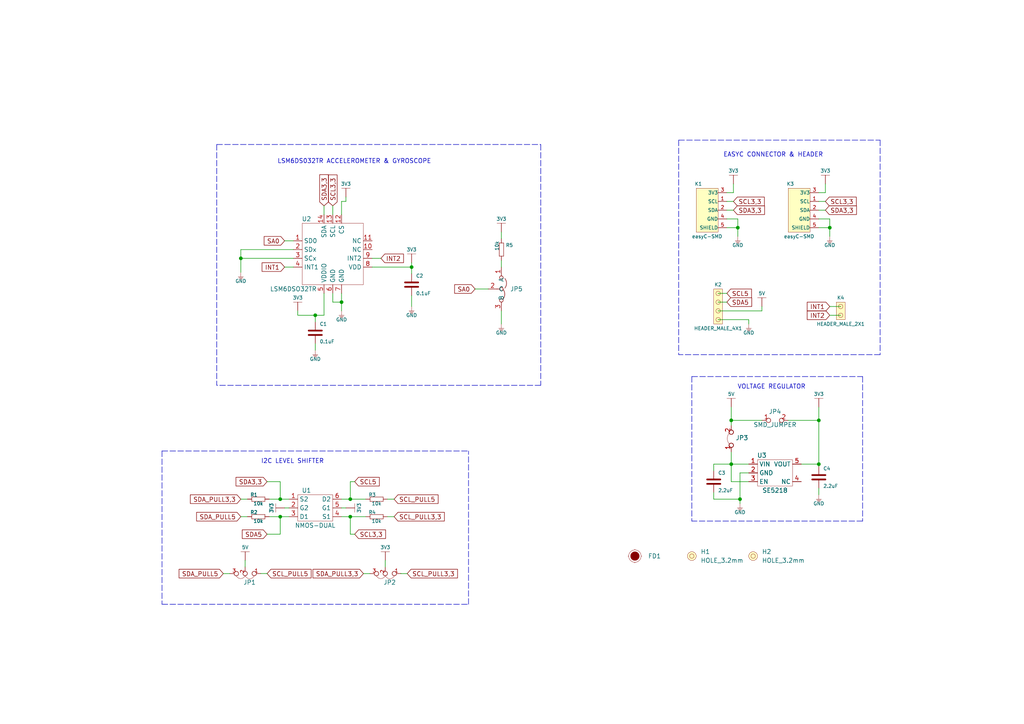
<source format=kicad_sch>
(kicad_sch (version 20210126) (generator eeschema)

  (paper "A4")

  (lib_symbols
    (symbol "e-radionica.com schematics:0603C" (pin_numbers hide) (pin_names (offset 0.002)) (in_bom yes) (on_board yes)
      (property "Reference" "C" (id 0) (at -0.635 3.175 0)
        (effects (font (size 1 1)))
      )
      (property "Value" "0603C" (id 1) (at 0 -3.175 0)
        (effects (font (size 1 1)))
      )
      (property "Footprint" "e-radionica.com footprinti:0603C" (id 2) (at 0 0 0)
        (effects (font (size 1 1)) hide)
      )
      (property "Datasheet" "" (id 3) (at 0 0 0)
        (effects (font (size 1 1)) hide)
      )
      (symbol "0603C_0_1"
        (polyline
          (pts
            (xy -0.635 1.905)
            (xy -0.635 -1.905)
          )
          (stroke (width 0.5)) (fill (type none))
        )
        (polyline
          (pts
            (xy 0.635 1.905)
            (xy 0.635 -1.905)
          )
          (stroke (width 0.5)) (fill (type none))
        )
      )
      (symbol "0603C_1_1"
        (pin passive line (at 3.175 0 180) (length 2.54)
          (name "~" (effects (font (size 1.27 1.27))))
          (number "2" (effects (font (size 1.27 1.27))))
        )
        (pin passive line (at -3.175 0 0) (length 2.54)
          (name "~" (effects (font (size 1.27 1.27))))
          (number "1" (effects (font (size 1.27 1.27))))
        )
      )
    )
    (symbol "e-radionica.com schematics:0603R" (pin_numbers hide) (pin_names (offset 0.254)) (in_bom yes) (on_board yes)
      (property "Reference" "R" (id 0) (at -1.905 1.905 0)
        (effects (font (size 1 1)))
      )
      (property "Value" "0603R" (id 1) (at 0 -1.905 0)
        (effects (font (size 1 1)))
      )
      (property "Footprint" "e-radionica.com footprinti:0603R" (id 2) (at -0.635 1.905 0)
        (effects (font (size 1 1)) hide)
      )
      (property "Datasheet" "" (id 3) (at -0.635 1.905 0)
        (effects (font (size 1 1)) hide)
      )
      (symbol "0603R_0_1"
        (rectangle (start -1.905 0.635) (end -1.8796 -0.635)
          (stroke (width 0.1)) (fill (type none))
        )
        (rectangle (start -1.905 0.635) (end 1.905 0.6096)
          (stroke (width 0.1)) (fill (type none))
        )
        (rectangle (start -1.905 -0.635) (end 1.905 -0.6604)
          (stroke (width 0.1)) (fill (type none))
        )
        (rectangle (start 1.905 0.635) (end 1.9304 -0.635)
          (stroke (width 0.1)) (fill (type none))
        )
      )
      (symbol "0603R_1_1"
        (pin passive line (at -3.175 0 0) (length 1.27)
          (name "~" (effects (font (size 1.27 1.27))))
          (number "1" (effects (font (size 1.27 1.27))))
        )
        (pin passive line (at 3.175 0 180) (length 1.27)
          (name "~" (effects (font (size 1.27 1.27))))
          (number "2" (effects (font (size 1.27 1.27))))
        )
      )
    )
    (symbol "e-radionica.com schematics:3V3" (power) (pin_names (offset 0)) (in_bom yes) (on_board yes)
      (property "Reference" "#PWR" (id 0) (at 4.445 0 0)
        (effects (font (size 1 1)) hide)
      )
      (property "Value" "3V3" (id 1) (at 0 3.556 0)
        (effects (font (size 1 1)))
      )
      (property "Footprint" "" (id 2) (at 4.445 3.81 0)
        (effects (font (size 1 1)) hide)
      )
      (property "Datasheet" "" (id 3) (at 4.445 3.81 0)
        (effects (font (size 1 1)) hide)
      )
      (property "ki_keywords" "power-flag" (id 4) (at 0 0 0)
        (effects (font (size 1.27 1.27)) hide)
      )
      (property "ki_description" "Power symbol creates a global label with name \"+3V3\"" (id 5) (at 0 0 0)
        (effects (font (size 1.27 1.27)) hide)
      )
      (symbol "3V3_0_1"
        (polyline
          (pts
            (xy 0 0)
            (xy 0 2.54)
          )
          (stroke (width 0)) (fill (type none))
        )
        (polyline
          (pts
            (xy -1.27 2.54)
            (xy 1.27 2.54)
          )
          (stroke (width 0.0006)) (fill (type none))
        )
      )
      (symbol "3V3_1_1"
        (pin power_in line (at 0 0 90) (length 0) hide
          (name "3V3" (effects (font (size 1.27 1.27))))
          (number "1" (effects (font (size 1.27 1.27))))
        )
      )
    )
    (symbol "e-radionica.com schematics:5V" (power) (pin_names (offset 0)) (in_bom yes) (on_board yes)
      (property "Reference" "#PWR" (id 0) (at 4.445 0 0)
        (effects (font (size 1 1)) hide)
      )
      (property "Value" "5V" (id 1) (at 0 3.556 0)
        (effects (font (size 1 1)))
      )
      (property "Footprint" "" (id 2) (at 4.445 3.81 0)
        (effects (font (size 1 1)) hide)
      )
      (property "Datasheet" "" (id 3) (at 4.445 3.81 0)
        (effects (font (size 1 1)) hide)
      )
      (property "ki_keywords" "power-flag" (id 4) (at 0 0 0)
        (effects (font (size 1.27 1.27)) hide)
      )
      (property "ki_description" "Power symbol creates a global label with name \"+3V3\"" (id 5) (at 0 0 0)
        (effects (font (size 1.27 1.27)) hide)
      )
      (symbol "5V_0_1"
        (polyline
          (pts
            (xy 0 0)
            (xy 0 2.54)
          )
          (stroke (width 0)) (fill (type none))
        )
        (polyline
          (pts
            (xy -1.27 2.54)
            (xy 1.27 2.54)
          )
          (stroke (width 0.0006)) (fill (type none))
        )
      )
      (symbol "5V_1_1"
        (pin power_in line (at 0 0 90) (length 0) hide
          (name "5V" (effects (font (size 1.27 1.27))))
          (number "1" (effects (font (size 1.27 1.27))))
        )
      )
    )
    (symbol "e-radionica.com schematics:Fiducial_Stencil" (pin_numbers hide) (pin_names hide) (in_bom yes) (on_board yes)
      (property "Reference" "FD?" (id 0) (at 0 3.048 0)
        (effects (font (size 1.27 1.27)))
      )
      (property "Value" "Fiducial_Stencil" (id 1) (at 0 -2.794 0)
        (effects (font (size 1.27 1.27)) hide)
      )
      (property "Footprint" "e-radionica.com footprinti:FIDUCIAL_1MM_PASTE" (id 2) (at 0 -6.35 0)
        (effects (font (size 1.27 1.27)) hide)
      )
      (property "Datasheet" "" (id 3) (at 0 0 0)
        (effects (font (size 1.27 1.27)) hide)
      )
      (symbol "Fiducial_Stencil_0_1"
        (circle (center 0 0) (radius 1.7961) (stroke (width 0.0006)) (fill (type none)))
        (circle (center 0 0) (radius 1.27) (stroke (width 0.001)) (fill (type outline)))
        (polyline
          (pts
            (xy 1.778 0)
            (xy 2.032 0)
          )
          (stroke (width 0.0006)) (fill (type none))
        )
        (polyline
          (pts
            (xy 0 1.778)
            (xy 0 2.032)
          )
          (stroke (width 0.0006)) (fill (type none))
        )
        (polyline
          (pts
            (xy -1.778 0)
            (xy -2.032 0)
          )
          (stroke (width 0.0006)) (fill (type none))
        )
        (polyline
          (pts
            (xy 0 -1.778)
            (xy 0 -2.032)
          )
          (stroke (width 0.0006)) (fill (type none))
        )
      )
    )
    (symbol "e-radionica.com schematics:GND" (power) (pin_names (offset 0)) (in_bom yes) (on_board yes)
      (property "Reference" "#PWR" (id 0) (at 4.445 0 0)
        (effects (font (size 1 1)) hide)
      )
      (property "Value" "GND" (id 1) (at 0 -2.921 0)
        (effects (font (size 1 1)))
      )
      (property "Footprint" "" (id 2) (at 4.445 3.81 0)
        (effects (font (size 1 1)) hide)
      )
      (property "Datasheet" "" (id 3) (at 4.445 3.81 0)
        (effects (font (size 1 1)) hide)
      )
      (property "ki_keywords" "power-flag" (id 4) (at 0 0 0)
        (effects (font (size 1.27 1.27)) hide)
      )
      (property "ki_description" "Power symbol creates a global label with name \"+3V3\"" (id 5) (at 0 0 0)
        (effects (font (size 1.27 1.27)) hide)
      )
      (symbol "GND_0_1"
        (polyline
          (pts
            (xy 0 0)
            (xy 0 -1.27)
          )
          (stroke (width 0.0006)) (fill (type none))
        )
        (polyline
          (pts
            (xy -0.762 -1.27)
            (xy 0.762 -1.27)
          )
          (stroke (width 0.0006)) (fill (type none))
        )
        (polyline
          (pts
            (xy -0.381 -1.778)
            (xy 0.381 -1.778)
          )
          (stroke (width 0.0006)) (fill (type none))
        )
        (polyline
          (pts
            (xy -0.127 -2.032)
            (xy 0.127 -2.032)
          )
          (stroke (width 0.0006)) (fill (type none))
        )
        (polyline
          (pts
            (xy -0.635 -1.524)
            (xy 0.635 -1.524)
          )
          (stroke (width 0.0006)) (fill (type none))
        )
      )
      (symbol "GND_1_1"
        (pin power_in line (at 0 0 270) (length 0) hide
          (name "GND" (effects (font (size 1.27 1.27))))
          (number "1" (effects (font (size 1.27 1.27))))
        )
      )
    )
    (symbol "e-radionica.com schematics:HEADER_MALE_2X1" (pin_numbers hide) (pin_names hide) (in_bom yes) (on_board yes)
      (property "Reference" "K" (id 0) (at -1.27 5.08 0)
        (effects (font (size 1 1)))
      )
      (property "Value" "HEADER_MALE_2X1" (id 1) (at 0 -2.54 0)
        (effects (font (size 1 1)))
      )
      (property "Footprint" "e-radionica.com footprinti:HEADER_MALE_2X1" (id 2) (at 0 0 0)
        (effects (font (size 1 1)) hide)
      )
      (property "Datasheet" "" (id 3) (at 0 0 0)
        (effects (font (size 1 1)) hide)
      )
      (symbol "HEADER_MALE_2X1_0_1"
        (circle (center 0 2.54) (radius 0.635) (stroke (width 0.0006)) (fill (type none)))
        (circle (center 0 0) (radius 0.635) (stroke (width 0.0006)) (fill (type none)))
        (rectangle (start 1.27 -1.27) (end -1.27 3.81)
          (stroke (width 0.001)) (fill (type background))
        )
      )
      (symbol "HEADER_MALE_2X1_1_1"
        (pin passive line (at 0 0 180) (length 0)
          (name "~" (effects (font (size 1 1))))
          (number "1" (effects (font (size 1 1))))
        )
        (pin passive line (at 0 2.54 180) (length 0)
          (name "~" (effects (font (size 1 1))))
          (number "2" (effects (font (size 1 1))))
        )
      )
    )
    (symbol "e-radionica.com schematics:HEADER_MALE_4X1" (pin_numbers hide) (pin_names hide) (in_bom yes) (on_board yes)
      (property "Reference" "K" (id 0) (at -0.635 7.62 0)
        (effects (font (size 1 1)))
      )
      (property "Value" "HEADER_MALE_4X1" (id 1) (at 0 -5.08 0)
        (effects (font (size 1 1)))
      )
      (property "Footprint" "e-radionica.com footprinti:HEADER_MALE_4X1" (id 2) (at 0 -2.54 0)
        (effects (font (size 1 1)) hide)
      )
      (property "Datasheet" "" (id 3) (at 0 -2.54 0)
        (effects (font (size 1 1)) hide)
      )
      (symbol "HEADER_MALE_4X1_0_1"
        (circle (center 0 -2.54) (radius 0.635) (stroke (width 0.0006)) (fill (type none)))
        (circle (center 0 0) (radius 0.635) (stroke (width 0.0006)) (fill (type none)))
        (circle (center 0 2.54) (radius 0.635) (stroke (width 0.0006)) (fill (type none)))
        (circle (center 0 5.08) (radius 0.635) (stroke (width 0.0006)) (fill (type none)))
        (rectangle (start 1.27 -3.81) (end -1.27 6.35)
          (stroke (width 0.001)) (fill (type background))
        )
      )
      (symbol "HEADER_MALE_4X1_1_1"
        (pin passive line (at 0 -2.54 180) (length 0)
          (name "~" (effects (font (size 1 1))))
          (number "1" (effects (font (size 1 1))))
        )
        (pin passive line (at 0 0 180) (length 0)
          (name "~" (effects (font (size 1 1))))
          (number "2" (effects (font (size 1 1))))
        )
        (pin passive line (at 0 2.54 180) (length 0)
          (name "~" (effects (font (size 1 1))))
          (number "3" (effects (font (size 1 1))))
        )
        (pin passive line (at 0 5.08 180) (length 0)
          (name "~" (effects (font (size 1 1))))
          (number "4" (effects (font (size 1 1))))
        )
      )
    )
    (symbol "e-radionica.com schematics:HOLE_3.2mm" (pin_numbers hide) (pin_names hide) (in_bom yes) (on_board yes)
      (property "Reference" "H" (id 0) (at 0 2.54 0)
        (effects (font (size 1.27 1.27)))
      )
      (property "Value" "HOLE_3.2mm" (id 1) (at 0 -2.54 0)
        (effects (font (size 1.27 1.27)))
      )
      (property "Footprint" "e-radionica.com footprinti:HOLE_3.2mm" (id 2) (at 0 0 0)
        (effects (font (size 1.27 1.27)) hide)
      )
      (property "Datasheet" "" (id 3) (at 0 0 0)
        (effects (font (size 1.27 1.27)) hide)
      )
      (symbol "HOLE_3.2mm_0_1"
        (circle (center 0 0) (radius 1.27) (stroke (width 0.001)) (fill (type background)))
        (circle (center 0 0) (radius 0.635) (stroke (width 0.0006)) (fill (type none)))
      )
    )
    (symbol "e-radionica.com schematics:JUMPER_3_RIGHT" (in_bom yes) (on_board yes)
      (property "Reference" "JP" (id 0) (at 0 2.54 0)
        (effects (font (size 1.27 1.27)))
      )
      (property "Value" "JUMPER_3_RIGHT" (id 1) (at 0 -8.382 0)
        (effects (font (size 1.27 1.27)))
      )
      (property "Footprint" "e-radionica.com footprinti:SMD_JUMPER_3_PAD_CONNECTED_RIGHT" (id 2) (at 0 0 0)
        (effects (font (size 1.27 1.27)) hide)
      )
      (property "Datasheet" "" (id 3) (at 0 0 0)
        (effects (font (size 1.27 1.27)) hide)
      )
      (symbol "JUMPER_3_RIGHT_0_0"
        (circle (center -3.302 0) (radius 0.508) (stroke (width 0)) (fill (type none)))
        (circle (center 0 0) (radius 0.508) (stroke (width 0)) (fill (type none)))
        (circle (center 3.302 0) (radius 0.508) (stroke (width 0)) (fill (type none)))
      )
      (symbol "JUMPER_3_RIGHT_0_1"
        (arc (start -3.048 1.016) (end -0.254 1.016) (radius (at -1.651 -0.762) (length 2.2606) (angles 128.2 51.8))
          (stroke (width 0)) (fill (type none))
        )
        (arc (start 0.127 0.508) (end 2.921 0.508) (radius (at 1.524 -1.27) (length 2.2606) (angles 128.2 51.8))
          (stroke (width 0)) (fill (type none))
        )
        (polyline
          (pts
            (xy 0 -0.508)
            (xy 0 -1.27)
          )
          (stroke (width 0)) (fill (type none))
        )
      )
      (symbol "JUMPER_3_RIGHT_1_1"
        (pin passive line (at -6.35 0 0) (length 2.54)
          (name "A" (effects (font (size 1.27 1.27))))
          (number "1" (effects (font (size 1.27 1.27))))
        )
        (pin input line (at 0 -3.81 90) (length 2.54)
          (name "C" (effects (font (size 1.27 1.27))))
          (number "2" (effects (font (size 1.27 1.27))))
        )
        (pin passive line (at 6.35 0 180) (length 2.54)
          (name "B" (effects (font (size 1.27 1.27))))
          (number "3" (effects (font (size 1.27 1.27))))
        )
      )
    )
    (symbol "e-radionica.com schematics:LSM6DSO32TR" (in_bom yes) (on_board yes)
      (property "Reference" "U" (id 0) (at -6.35 10.16 0)
        (effects (font (size 1.27 1.27)))
      )
      (property "Value" "LSM6DSO32TR" (id 1) (at 0 -17.78 0)
        (effects (font (size 1.27 1.27)))
      )
      (property "Footprint" "e-radionica.com footprinti:LSM6DSO32TR" (id 2) (at 0 0 0)
        (effects (font (size 1.27 1.27)) hide)
      )
      (property "Datasheet" "" (id 3) (at 0 0 0)
        (effects (font (size 1.27 1.27)) hide)
      )
      (symbol "LSM6DSO32TR_0_1"
        (rectangle (start -8.89 8.89) (end 8.89 -8.89)
          (stroke (width 0.0006)) (fill (type none))
        )
      )
      (symbol "LSM6DSO32TR_1_1"
        (pin input line (at -11.43 1.27 0) (length 2.54)
          (name "SDx" (effects (font (size 1.27 1.27))))
          (number "2" (effects (font (size 1.27 1.27))))
        )
        (pin input line (at -11.43 -1.27 0) (length 2.54)
          (name "SCx" (effects (font (size 1.27 1.27))))
          (number "3" (effects (font (size 1.27 1.27))))
        )
        (pin input line (at -11.43 -3.81 0) (length 2.54)
          (name "INT1" (effects (font (size 1.27 1.27))))
          (number "4" (effects (font (size 1.27 1.27))))
        )
        (pin input line (at -11.43 3.81 0) (length 2.54)
          (name "SD0" (effects (font (size 1.27 1.27))))
          (number "1" (effects (font (size 1.27 1.27))))
        )
        (pin input line (at 11.43 -1.27 180) (length 2.54)
          (name "INT2" (effects (font (size 1.27 1.27))))
          (number "9" (effects (font (size 1.27 1.27))))
        )
        (pin input line (at 11.43 1.27 180) (length 2.54)
          (name "NC" (effects (font (size 1.27 1.27))))
          (number "10" (effects (font (size 1.27 1.27))))
        )
        (pin input line (at 11.43 3.81 180) (length 2.54)
          (name "NC" (effects (font (size 1.27 1.27))))
          (number "11" (effects (font (size 1.27 1.27))))
        )
        (pin input line (at 11.43 -3.81 180) (length 2.54)
          (name "VDD" (effects (font (size 1.27 1.27))))
          (number "8" (effects (font (size 1.27 1.27))))
        )
        (pin input line (at 0 -11.43 90) (length 2.54)
          (name "GND" (effects (font (size 1.27 1.27))))
          (number "6" (effects (font (size 1.27 1.27))))
        )
        (pin input line (at 2.54 -11.43 90) (length 2.54)
          (name "GND" (effects (font (size 1.27 1.27))))
          (number "7" (effects (font (size 1.27 1.27))))
        )
        (pin input line (at -2.54 -11.43 90) (length 2.54)
          (name "VDDIO" (effects (font (size 1.27 1.27))))
          (number "5" (effects (font (size 1.27 1.27))))
        )
        (pin input line (at 0 11.43 270) (length 2.54)
          (name "SCL" (effects (font (size 1.27 1.27))))
          (number "13" (effects (font (size 1.27 1.27))))
        )
        (pin input line (at -2.54 11.43 270) (length 2.54)
          (name "SDA" (effects (font (size 1.27 1.27))))
          (number "14" (effects (font (size 1.27 1.27))))
        )
        (pin input line (at 2.54 11.43 270) (length 2.54)
          (name "CS" (effects (font (size 1.27 1.27))))
          (number "12" (effects (font (size 1.27 1.27))))
        )
      )
    )
    (symbol "e-radionica.com schematics:NMOS-DUAL" (in_bom yes) (on_board yes)
      (property "Reference" "U" (id 0) (at -3.81 5.08 0)
        (effects (font (size 1.27 1.27)))
      )
      (property "Value" "NMOS-DUAL" (id 1) (at 0 -5.08 0)
        (effects (font (size 1.27 1.27)))
      )
      (property "Footprint" "e-radionica.com footprinti:SOT-363" (id 2) (at 0 -7.62 0)
        (effects (font (size 1.27 1.27)) hide)
      )
      (property "Datasheet" "" (id 3) (at 0 -2.54 0)
        (effects (font (size 1.27 1.27)) hide)
      )
      (symbol "NMOS-DUAL_0_1"
        (rectangle (start -5.08 3.81) (end 5.08 -3.81)
          (stroke (width 0.0006)) (fill (type none))
        )
      )
      (symbol "NMOS-DUAL_1_1"
        (pin input line (at -7.62 2.54 0) (length 2.54)
          (name "S2" (effects (font (size 1.27 1.27))))
          (number "1" (effects (font (size 1.27 1.27))))
        )
        (pin input line (at -7.62 0 0) (length 2.54)
          (name "G2" (effects (font (size 1.27 1.27))))
          (number "2" (effects (font (size 1.27 1.27))))
        )
        (pin input line (at -7.62 -2.54 0) (length 2.54)
          (name "D1" (effects (font (size 1.27 1.27))))
          (number "3" (effects (font (size 1.27 1.27))))
        )
        (pin input line (at 7.62 -2.54 180) (length 2.54)
          (name "S1" (effects (font (size 1.27 1.27))))
          (number "4" (effects (font (size 1.27 1.27))))
        )
        (pin input line (at 7.62 0 180) (length 2.54)
          (name "G1" (effects (font (size 1.27 1.27))))
          (number "5" (effects (font (size 1.27 1.27))))
        )
        (pin input line (at 7.62 2.54 180) (length 2.54)
          (name "D2" (effects (font (size 1.27 1.27))))
          (number "6" (effects (font (size 1.27 1.27))))
        )
      )
    )
    (symbol "e-radionica.com schematics:SE5218" (in_bom yes) (on_board yes)
      (property "Reference" "U" (id 0) (at -3.81 5.08 0)
        (effects (font (size 1.27 1.27)))
      )
      (property "Value" "SE5218" (id 1) (at 0 -5.08 0)
        (effects (font (size 1.27 1.27)))
      )
      (property "Footprint" "e-radionica.com footprinti:SOT-23-5" (id 2) (at 0 0 0)
        (effects (font (size 1.27 1.27)) hide)
      )
      (property "Datasheet" "" (id 3) (at 0 0 0)
        (effects (font (size 1.27 1.27)) hide)
      )
      (symbol "SE5218_0_1"
        (rectangle (start -5.08 3.81) (end 5.08 -3.81)
          (stroke (width 0.0006)) (fill (type none))
        )
      )
      (symbol "SE5218_1_1"
        (pin power_in line (at -7.62 2.54 0) (length 2.54)
          (name "VIN" (effects (font (size 1.27 1.27))))
          (number "1" (effects (font (size 1.27 1.27))))
        )
        (pin power_in line (at -7.62 0 0) (length 2.54)
          (name "GND" (effects (font (size 1.27 1.27))))
          (number "2" (effects (font (size 1.27 1.27))))
        )
        (pin input line (at -7.62 -2.54 0) (length 2.54)
          (name "EN" (effects (font (size 1.27 1.27))))
          (number "3" (effects (font (size 1.27 1.27))))
        )
        (pin passive line (at 7.62 -2.54 180) (length 2.54)
          (name "NC" (effects (font (size 1.27 1.27))))
          (number "4" (effects (font (size 1.27 1.27))))
        )
        (pin power_out line (at 7.62 2.54 180) (length 2.54)
          (name "VOUT" (effects (font (size 1.27 1.27))))
          (number "5" (effects (font (size 1.27 1.27))))
        )
      )
    )
    (symbol "e-radionica.com schematics:SMD-JUMPER-CONNECTED_TRACE_NOSLODERMASK" (in_bom yes) (on_board yes)
      (property "Reference" "JP" (id 0) (at 0 3.556 0)
        (effects (font (size 1.27 1.27)))
      )
      (property "Value" "SMD-JUMPER-CONNECTED_TRACE_NOSLODERMASK" (id 1) (at 0 -2.54 0)
        (effects (font (size 1.27 1.27)))
      )
      (property "Footprint" "e-radionica.com footprinti:SMD-JUMPER-CONNECTED_TRACE_NOSLODERMASK" (id 2) (at 0 0 0)
        (effects (font (size 1.27 1.27)) hide)
      )
      (property "Datasheet" "" (id 3) (at 0 0 0)
        (effects (font (size 1.27 1.27)) hide)
      )
      (symbol "SMD-JUMPER-CONNECTED_TRACE_NOSLODERMASK_0_1"
        (arc (start -1.8034 0.5588) (end 1.397 0.5842) (radius (at -0.1875 -1.4124) (length 2.5489) (angles 129.3 51.6))
          (stroke (width 0.0006)) (fill (type none))
        )
      )
      (symbol "SMD-JUMPER-CONNECTED_TRACE_NOSLODERMASK_1_1"
        (pin passive inverted (at -4.064 0 0) (length 2.54)
          (name "" (effects (font (size 1.27 1.27))))
          (number "1" (effects (font (size 1.27 1.27))))
        )
        (pin passive inverted (at 3.556 0 180) (length 2.54)
          (name "" (effects (font (size 1.27 1.27))))
          (number "2" (effects (font (size 1.27 1.27))))
        )
      )
    )
    (symbol "e-radionica.com schematics:SMD_JUMPER" (in_bom yes) (on_board yes)
      (property "Reference" "JP" (id 0) (at 0 1.397 0)
        (effects (font (size 1.27 1.27)))
      )
      (property "Value" "SMD_JUMPER" (id 1) (at 0.508 -3.048 0)
        (effects (font (size 1.27 1.27)))
      )
      (property "Footprint" "e-radionica.com footprinti:SMD_JUMPER" (id 2) (at 0 0 0)
        (effects (font (size 1.27 1.27)) hide)
      )
      (property "Datasheet" "" (id 3) (at 0 0 0)
        (effects (font (size 1.27 1.27)) hide)
      )
      (symbol "SMD_JUMPER_1_1"
        (pin passive inverted (at -3.81 0 0) (length 2.54)
          (name "" (effects (font (size 1.27 1.27))))
          (number "1" (effects (font (size 1.27 1.27))))
        )
        (pin passive inverted (at 3.81 0 180) (length 2.54)
          (name "" (effects (font (size 1.27 1.27))))
          (number "2" (effects (font (size 1.27 1.27))))
        )
      )
    )
    (symbol "e-radionica.com schematics:SMD_JUMPER_3_PAD_TRACE" (in_bom yes) (on_board yes)
      (property "Reference" "JP" (id 0) (at 0.0254 5.461 0)
        (effects (font (size 1.27 1.27)))
      )
      (property "Value" "SMD_JUMPER_3_PAD_TRACE" (id 1) (at 0.3048 -4.572 0)
        (effects (font (size 1.27 1.27)))
      )
      (property "Footprint" "e-radionica.com footprinti:SMD_JUMPER_3_PAD_TRACE" (id 2) (at 0 -1.27 0)
        (effects (font (size 1.27 1.27)) hide)
      )
      (property "Datasheet" "" (id 3) (at 0 0 0)
        (effects (font (size 1.27 1.27)) hide)
      )
      (symbol "SMD_JUMPER_3_PAD_TRACE_0_1"
        (arc (start -2.6162 0.6096) (end 0 0.5842) (radius (at -1.3133 0.057) (length 1.4152) (angles 157 21.9))
          (stroke (width 0.0006)) (fill (type none))
        )
        (arc (start 0 0.6096) (end 2.5908 0.6604) (radius (at 1.308 -0.0085) (length 1.4467) (angles 154.7 27.5))
          (stroke (width 0.0006)) (fill (type none))
        )
      )
      (symbol "SMD_JUMPER_3_PAD_TRACE_1_1"
        (pin passive inverted (at -4.5212 -0.0254 0) (length 2.54)
          (name "" (effects (font (size 1 1))))
          (number "1" (effects (font (size 1 1))))
        )
        (pin passive inverted (at 0.0254 -1.9304 90) (length 2.54)
          (name "" (effects (font (size 1 1))))
          (number "2" (effects (font (size 1 1))))
        )
        (pin passive inverted (at 4.4704 0 180) (length 2.54)
          (name "" (effects (font (size 1 1))))
          (number "3" (effects (font (size 1 1))))
        )
      )
    )
    (symbol "e-radionica.com schematics:easyC-SMD" (pin_names (offset 0.002)) (in_bom yes) (on_board yes)
      (property "Reference" "K" (id 0) (at -2.54 10.16 0)
        (effects (font (size 1 1)))
      )
      (property "Value" "easyC-SMD" (id 1) (at 0 -5.08 0)
        (effects (font (size 1 1)))
      )
      (property "Footprint" "e-radionica.com footprinti:easyC-connector" (id 2) (at 3.175 2.54 0)
        (effects (font (size 1 1)) hide)
      )
      (property "Datasheet" "" (id 3) (at 3.175 2.54 0)
        (effects (font (size 1 1)) hide)
      )
      (symbol "easyC-SMD_0_1"
        (rectangle (start -3.175 8.89) (end 3.175 -3.81)
          (stroke (width 0.001)) (fill (type background))
        )
      )
      (symbol "easyC-SMD_1_1"
        (pin passive line (at 5.715 5.08 180) (length 2.54)
          (name "SCL" (effects (font (size 1 1))))
          (number "1" (effects (font (size 1 1))))
        )
        (pin passive line (at 5.715 2.54 180) (length 2.54)
          (name "SDA" (effects (font (size 1 1))))
          (number "2" (effects (font (size 1 1))))
        )
        (pin passive line (at 5.715 7.62 180) (length 2.54)
          (name "3V3" (effects (font (size 1 1))))
          (number "3" (effects (font (size 1 1))))
        )
        (pin passive line (at 5.715 0 180) (length 2.54)
          (name "GND" (effects (font (size 1 1))))
          (number "4" (effects (font (size 1 1))))
        )
        (pin passive line (at 5.715 -2.54 180) (length 2.54)
          (name "SHIELD" (effects (font (size 1 1))))
          (number "5" (effects (font (size 1 1))))
        )
      )
    )
  )

  (junction (at 69.85 74.93) (diameter 0.9144) (color 0 0 0 0))
  (junction (at 81.28 144.78) (diameter 0.9144) (color 0 0 0 0))
  (junction (at 81.28 149.86) (diameter 0.9144) (color 0 0 0 0))
  (junction (at 91.44 91.44) (diameter 0.9144) (color 0 0 0 0))
  (junction (at 99.06 87.63) (diameter 0.9144) (color 0 0 0 0))
  (junction (at 101.6 144.78) (diameter 0.9144) (color 0 0 0 0))
  (junction (at 101.6 149.86) (diameter 0.9144) (color 0 0 0 0))
  (junction (at 119.38 77.47) (diameter 0.9144) (color 0 0 0 0))
  (junction (at 212.09 121.92) (diameter 0.9144) (color 0 0 0 0))
  (junction (at 212.09 134.62) (diameter 0.9144) (color 0 0 0 0))
  (junction (at 213.995 66.04) (diameter 0.9144) (color 0 0 0 0))
  (junction (at 214.63 144.78) (diameter 0.9144) (color 0 0 0 0))
  (junction (at 237.49 121.92) (diameter 0.9144) (color 0 0 0 0))
  (junction (at 237.49 134.62) (diameter 0.9144) (color 0 0 0 0))
  (junction (at 240.665 66.04) (diameter 0.9144) (color 0 0 0 0))

  (wire (pts (xy 64.77 166.37) (xy 66.6496 166.37))
    (stroke (width 0) (type solid) (color 0 0 0 0))
    (uuid ccc2be00-0b25-4038-a75a-e390d1956bb2)
  )
  (wire (pts (xy 69.85 72.39) (xy 69.85 74.93))
    (stroke (width 0) (type solid) (color 0 0 0 0))
    (uuid 306fbf71-bb23-4817-b31e-12540971e117)
  )
  (wire (pts (xy 69.85 74.93) (xy 69.85 78.994))
    (stroke (width 0) (type solid) (color 0 0 0 0))
    (uuid e811e7ec-cbf1-4dd5-a7d6-5c6db60a7573)
  )
  (wire (pts (xy 69.85 144.78) (xy 71.755 144.78))
    (stroke (width 0) (type solid) (color 0 0 0 0))
    (uuid 7d1cf88d-d897-4fcd-b1d9-1c25539779ad)
  )
  (wire (pts (xy 69.85 149.86) (xy 71.755 149.86))
    (stroke (width 0) (type solid) (color 0 0 0 0))
    (uuid 3299152d-a1ea-4782-a140-a984f1765e11)
  )
  (wire (pts (xy 71.0946 162.56) (xy 71.12 162.56))
    (stroke (width 0) (type solid) (color 0 0 0 0))
    (uuid 7f52dcdf-27c7-4c84-82d5-174f21fd99f5)
  )
  (wire (pts (xy 71.0946 164.4396) (xy 71.0946 162.56))
    (stroke (width 0) (type solid) (color 0 0 0 0))
    (uuid b5418e47-d9ca-45e7-a6bd-55ec1fa38f23)
  )
  (wire (pts (xy 75.6412 166.3446) (xy 77.47 166.3446))
    (stroke (width 0) (type solid) (color 0 0 0 0))
    (uuid 169350b4-e297-4430-a86a-637188454e7e)
  )
  (wire (pts (xy 77.47 139.7) (xy 81.28 139.7))
    (stroke (width 0) (type solid) (color 0 0 0 0))
    (uuid 92088658-4eed-4c46-848d-37d9c004dcbd)
  )
  (wire (pts (xy 77.47 154.94) (xy 81.28 154.94))
    (stroke (width 0) (type solid) (color 0 0 0 0))
    (uuid fd47f533-0623-4a36-a09f-deb9ff332e20)
  )
  (wire (pts (xy 77.47 166.3446) (xy 77.47 166.37))
    (stroke (width 0) (type solid) (color 0 0 0 0))
    (uuid c375b99b-7d37-40e4-8293-08b41d118edc)
  )
  (wire (pts (xy 78.105 144.78) (xy 81.28 144.78))
    (stroke (width 0) (type solid) (color 0 0 0 0))
    (uuid 213bd4c5-24b3-44f8-a23c-b1e8e55a2a90)
  )
  (wire (pts (xy 78.105 149.86) (xy 81.28 149.86))
    (stroke (width 0) (type solid) (color 0 0 0 0))
    (uuid 6c4933aa-6960-4787-b1e0-9e185b958f74)
  )
  (wire (pts (xy 81.28 139.7) (xy 81.28 144.78))
    (stroke (width 0) (type solid) (color 0 0 0 0))
    (uuid 285a64c1-ba66-4a84-8c1f-f507383fb076)
  )
  (wire (pts (xy 81.28 144.78) (xy 83.82 144.78))
    (stroke (width 0) (type solid) (color 0 0 0 0))
    (uuid 6fe15969-eace-4a7c-85e8-e6b2a8b4a3b2)
  )
  (wire (pts (xy 81.28 149.86) (xy 83.82 149.86))
    (stroke (width 0) (type solid) (color 0 0 0 0))
    (uuid 377a8b73-2cb3-4d2d-a6dc-6e5013953d6f)
  )
  (wire (pts (xy 81.28 154.94) (xy 81.28 149.86))
    (stroke (width 0) (type solid) (color 0 0 0 0))
    (uuid 8897b00f-d373-4264-b526-b194ad43cfdb)
  )
  (wire (pts (xy 82.55 69.85) (xy 85.09 69.85))
    (stroke (width 0) (type solid) (color 0 0 0 0))
    (uuid 66d8c2a1-a98e-4698-835b-2e1134c241a1)
  )
  (wire (pts (xy 82.55 77.47) (xy 85.09 77.47))
    (stroke (width 0) (type solid) (color 0 0 0 0))
    (uuid 10e2d8c7-8988-40b8-a0de-c0404a9c4313)
  )
  (wire (pts (xy 82.55 147.32) (xy 83.82 147.32))
    (stroke (width 0) (type solid) (color 0 0 0 0))
    (uuid c6a4e75f-7805-4f8f-bca8-c9196925d246)
  )
  (wire (pts (xy 85.09 72.39) (xy 69.85 72.39))
    (stroke (width 0) (type solid) (color 0 0 0 0))
    (uuid 306fbf71-bb23-4817-b31e-12540971e117)
  )
  (wire (pts (xy 85.09 74.93) (xy 69.85 74.93))
    (stroke (width 0) (type solid) (color 0 0 0 0))
    (uuid aa9116e4-8211-4181-9bb1-00ca606401a2)
  )
  (wire (pts (xy 86.36 90.17) (xy 86.36 91.44))
    (stroke (width 0) (type solid) (color 0 0 0 0))
    (uuid 5accfdf4-dc8c-4ed9-b965-b9e04aed6607)
  )
  (wire (pts (xy 91.44 91.44) (xy 86.36 91.44))
    (stroke (width 0) (type solid) (color 0 0 0 0))
    (uuid 5accfdf4-dc8c-4ed9-b965-b9e04aed6607)
  )
  (wire (pts (xy 91.44 91.44) (xy 93.98 91.44))
    (stroke (width 0) (type solid) (color 0 0 0 0))
    (uuid 33c1f893-1ed4-480b-a600-536d8e4251d9)
  )
  (wire (pts (xy 91.44 93.345) (xy 91.44 91.44))
    (stroke (width 0) (type solid) (color 0 0 0 0))
    (uuid 5accfdf4-dc8c-4ed9-b965-b9e04aed6607)
  )
  (wire (pts (xy 91.44 99.695) (xy 91.44 101.6))
    (stroke (width 0) (type solid) (color 0 0 0 0))
    (uuid e1d26ead-bdd6-4bc3-915f-7a11fb9025fc)
  )
  (wire (pts (xy 93.98 59.69) (xy 93.98 62.23))
    (stroke (width 0) (type solid) (color 0 0 0 0))
    (uuid bce4a230-ba64-4478-8e40-dffdcd281552)
  )
  (wire (pts (xy 93.98 85.09) (xy 93.98 91.44))
    (stroke (width 0) (type solid) (color 0 0 0 0))
    (uuid 33c1f893-1ed4-480b-a600-536d8e4251d9)
  )
  (wire (pts (xy 96.52 59.69) (xy 96.52 62.23))
    (stroke (width 0) (type solid) (color 0 0 0 0))
    (uuid 656b415a-753c-4528-a0cd-42cc9f004d70)
  )
  (wire (pts (xy 96.52 85.09) (xy 96.52 87.63))
    (stroke (width 0) (type solid) (color 0 0 0 0))
    (uuid f7c5421e-eb69-44a3-8186-f88b84ebd0ed)
  )
  (wire (pts (xy 96.52 87.63) (xy 99.06 87.63))
    (stroke (width 0) (type solid) (color 0 0 0 0))
    (uuid f7c5421e-eb69-44a3-8186-f88b84ebd0ed)
  )
  (wire (pts (xy 99.06 58.42) (xy 100.33 58.42))
    (stroke (width 0) (type solid) (color 0 0 0 0))
    (uuid d1f7367c-8354-4e64-ba33-4f4ac298509a)
  )
  (wire (pts (xy 99.06 62.23) (xy 99.06 58.42))
    (stroke (width 0) (type solid) (color 0 0 0 0))
    (uuid d1f7367c-8354-4e64-ba33-4f4ac298509a)
  )
  (wire (pts (xy 99.06 85.09) (xy 99.06 87.63))
    (stroke (width 0) (type solid) (color 0 0 0 0))
    (uuid e6db7acc-b5c2-4625-bcc8-ac6be6bd9e4b)
  )
  (wire (pts (xy 99.06 87.63) (xy 99.06 90.17))
    (stroke (width 0) (type solid) (color 0 0 0 0))
    (uuid e6db7acc-b5c2-4625-bcc8-ac6be6bd9e4b)
  )
  (wire (pts (xy 99.06 144.78) (xy 101.6 144.78))
    (stroke (width 0) (type solid) (color 0 0 0 0))
    (uuid 3afee139-2aac-4a21-bb75-8f095e15be13)
  )
  (wire (pts (xy 99.06 147.32) (xy 100.33 147.32))
    (stroke (width 0) (type solid) (color 0 0 0 0))
    (uuid 47f7b45c-bb7c-465e-86a3-4e8bf194c9ca)
  )
  (wire (pts (xy 99.06 149.86) (xy 101.6 149.86))
    (stroke (width 0) (type solid) (color 0 0 0 0))
    (uuid 1002fbb7-7dcb-45c7-9e76-fee1ff213bd5)
  )
  (wire (pts (xy 100.33 58.42) (xy 100.33 57.15))
    (stroke (width 0) (type solid) (color 0 0 0 0))
    (uuid d1f7367c-8354-4e64-ba33-4f4ac298509a)
  )
  (wire (pts (xy 101.6 139.7) (xy 101.6 144.78))
    (stroke (width 0) (type solid) (color 0 0 0 0))
    (uuid 92d5b006-ae5c-48fe-90f8-6f085b1c8f2c)
  )
  (wire (pts (xy 101.6 144.78) (xy 106.045 144.78))
    (stroke (width 0) (type solid) (color 0 0 0 0))
    (uuid d45abb47-5191-4a47-9780-59e9f98b6007)
  )
  (wire (pts (xy 101.6 149.86) (xy 106.045 149.86))
    (stroke (width 0) (type solid) (color 0 0 0 0))
    (uuid 193e7974-b15b-48a4-b8dc-d4d4cd740989)
  )
  (wire (pts (xy 101.6 154.94) (xy 101.6 149.86))
    (stroke (width 0) (type solid) (color 0 0 0 0))
    (uuid d7f00533-253f-4bd7-a889-98d7964ceeaf)
  )
  (wire (pts (xy 102.87 139.7) (xy 101.6 139.7))
    (stroke (width 0) (type solid) (color 0 0 0 0))
    (uuid 82bf9b78-f39a-4c4f-9224-5dcfae1d6a3f)
  )
  (wire (pts (xy 102.87 154.94) (xy 101.6 154.94))
    (stroke (width 0) (type solid) (color 0 0 0 0))
    (uuid d65aca55-b06b-4b80-bf0a-5475c9d8acd3)
  )
  (wire (pts (xy 105.41 166.37) (xy 107.2896 166.37))
    (stroke (width 0) (type solid) (color 0 0 0 0))
    (uuid 08fa7d7b-ff66-45c7-8e14-421a0d8cf31d)
  )
  (wire (pts (xy 107.95 74.93) (xy 110.49 74.93))
    (stroke (width 0) (type solid) (color 0 0 0 0))
    (uuid 68fde14f-1332-4446-bb15-2ad81d400428)
  )
  (wire (pts (xy 107.95 77.47) (xy 119.38 77.47))
    (stroke (width 0) (type solid) (color 0 0 0 0))
    (uuid 8b51dac9-30ec-4c06-a83d-40dea0bbca23)
  )
  (wire (pts (xy 111.7346 162.56) (xy 111.76 162.56))
    (stroke (width 0) (type solid) (color 0 0 0 0))
    (uuid 67249fbe-9fd2-490d-bd31-f23aefec774f)
  )
  (wire (pts (xy 111.7346 164.4396) (xy 111.7346 162.56))
    (stroke (width 0) (type solid) (color 0 0 0 0))
    (uuid fd5caad1-5bbd-43cc-bc4e-6c4da2217f7b)
  )
  (wire (pts (xy 112.395 144.78) (xy 114.3 144.78))
    (stroke (width 0) (type solid) (color 0 0 0 0))
    (uuid f0209dca-952b-4b18-a72a-16279e057409)
  )
  (wire (pts (xy 112.395 149.86) (xy 114.3 149.86))
    (stroke (width 0) (type solid) (color 0 0 0 0))
    (uuid 9b1215ef-5e9c-4898-8ed5-37f476ae7284)
  )
  (wire (pts (xy 116.2812 166.3446) (xy 116.2812 166.37))
    (stroke (width 0) (type solid) (color 0 0 0 0))
    (uuid 9bb193c7-1869-4d59-a59a-c98d69b50c5b)
  )
  (wire (pts (xy 116.2812 166.37) (xy 118.11 166.37))
    (stroke (width 0) (type solid) (color 0 0 0 0))
    (uuid 94ff29ea-a136-4777-b268-d91d482fb573)
  )
  (wire (pts (xy 119.38 76.2) (xy 119.38 77.47))
    (stroke (width 0) (type solid) (color 0 0 0 0))
    (uuid 324e0b93-d6b8-4059-8f09-a81a46d84cfa)
  )
  (wire (pts (xy 119.38 77.47) (xy 119.38 79.375))
    (stroke (width 0) (type solid) (color 0 0 0 0))
    (uuid 324e0b93-d6b8-4059-8f09-a81a46d84cfa)
  )
  (wire (pts (xy 119.38 85.725) (xy 119.38 88.9))
    (stroke (width 0) (type solid) (color 0 0 0 0))
    (uuid 245aa6cf-a1ee-41e9-bfb5-f1aedaf71204)
  )
  (wire (pts (xy 137.795 83.82) (xy 141.605 83.82))
    (stroke (width 0) (type solid) (color 0 0 0 0))
    (uuid 28015a9a-fbff-4933-88b4-97edbe1f2590)
  )
  (wire (pts (xy 145.415 67.31) (xy 145.415 69.215))
    (stroke (width 0) (type solid) (color 0 0 0 0))
    (uuid 5bf23ce8-40bb-41fd-9d01-c429ea5990ae)
  )
  (wire (pts (xy 145.415 75.565) (xy 145.415 77.47))
    (stroke (width 0) (type solid) (color 0 0 0 0))
    (uuid 20b1bca5-bafd-49e6-9abf-f299f28a35ab)
  )
  (wire (pts (xy 145.415 90.17) (xy 145.415 93.98))
    (stroke (width 0) (type solid) (color 0 0 0 0))
    (uuid 906ec68a-6659-4c5f-bab0-6fa52aed97e0)
  )
  (wire (pts (xy 207.01 134.62) (xy 212.09 134.62))
    (stroke (width 0) (type solid) (color 0 0 0 0))
    (uuid efef06e3-c726-4e59-86c2-167a346c5f36)
  )
  (wire (pts (xy 207.01 136.525) (xy 207.01 134.62))
    (stroke (width 0) (type solid) (color 0 0 0 0))
    (uuid 49f79a38-e9d0-4107-bf26-c53f926dfd4a)
  )
  (wire (pts (xy 207.01 142.875) (xy 207.01 144.78))
    (stroke (width 0) (type solid) (color 0 0 0 0))
    (uuid 9e202526-d770-4037-8319-678ee55c2230)
  )
  (wire (pts (xy 207.01 144.78) (xy 214.63 144.78))
    (stroke (width 0) (type solid) (color 0 0 0 0))
    (uuid 9a2bb134-5b3e-4dbe-9154-6da8738c4a29)
  )
  (wire (pts (xy 208.28 85.09) (xy 210.82 85.09))
    (stroke (width 0) (type solid) (color 0 0 0 0))
    (uuid f9352f62-7e0b-4102-92f1-ea67a904efad)
  )
  (wire (pts (xy 208.28 87.63) (xy 210.82 87.63))
    (stroke (width 0) (type solid) (color 0 0 0 0))
    (uuid da1d030d-bc83-4eb8-9fb4-dc2f11611ce6)
  )
  (wire (pts (xy 208.28 90.17) (xy 220.98 90.17))
    (stroke (width 0) (type solid) (color 0 0 0 0))
    (uuid 332a410f-5f52-4a46-83ab-5cdf44c652f9)
  )
  (wire (pts (xy 208.28 92.71) (xy 217.17 92.71))
    (stroke (width 0) (type solid) (color 0 0 0 0))
    (uuid fc805e8e-e9fc-4422-9dcc-d41ea00e9ad6)
  )
  (wire (pts (xy 210.82 55.88) (xy 212.725 55.88))
    (stroke (width 0) (type solid) (color 0 0 0 0))
    (uuid 84bcdca1-8baf-49d2-9d9a-f89ab00126a4)
  )
  (wire (pts (xy 210.82 58.42) (xy 212.725 58.42))
    (stroke (width 0) (type solid) (color 0 0 0 0))
    (uuid bbd0ba1b-8551-4ec5-b350-a3ef73e298b3)
  )
  (wire (pts (xy 210.82 60.96) (xy 212.725 60.96))
    (stroke (width 0) (type solid) (color 0 0 0 0))
    (uuid 1faebadf-d1a4-4a46-b3d6-5da44f7c8e36)
  )
  (wire (pts (xy 210.82 63.5) (xy 213.995 63.5))
    (stroke (width 0) (type solid) (color 0 0 0 0))
    (uuid a98cf677-37d7-487f-9dac-432902b4158c)
  )
  (wire (pts (xy 210.82 66.04) (xy 213.995 66.04))
    (stroke (width 0) (type solid) (color 0 0 0 0))
    (uuid 7b712a73-ea13-423e-bb26-9f68d17bd080)
  )
  (wire (pts (xy 212.09 118.11) (xy 212.09 121.92))
    (stroke (width 0) (type solid) (color 0 0 0 0))
    (uuid f3264db7-f3ab-4f34-98c9-da92b3356d14)
  )
  (wire (pts (xy 212.09 121.92) (xy 212.09 123.444))
    (stroke (width 0) (type solid) (color 0 0 0 0))
    (uuid fddf28d0-2ed0-4e4a-8802-f93a42b068df)
  )
  (wire (pts (xy 212.09 121.92) (xy 220.98 121.92))
    (stroke (width 0) (type solid) (color 0 0 0 0))
    (uuid 980202ce-8f97-4763-89a8-4ff57d68aefb)
  )
  (wire (pts (xy 212.09 131.064) (xy 212.09 134.62))
    (stroke (width 0) (type solid) (color 0 0 0 0))
    (uuid f29f519a-176a-4978-ad80-0f25ce494c81)
  )
  (wire (pts (xy 212.09 139.7) (xy 212.09 134.62))
    (stroke (width 0) (type solid) (color 0 0 0 0))
    (uuid 4c3a5470-cd53-479f-9352-429d4d9d4a21)
  )
  (wire (pts (xy 212.725 55.88) (xy 212.725 53.34))
    (stroke (width 0) (type solid) (color 0 0 0 0))
    (uuid 92ecebad-69f0-4c49-abab-c638c8a8d835)
  )
  (wire (pts (xy 213.995 63.5) (xy 213.995 66.04))
    (stroke (width 0) (type solid) (color 0 0 0 0))
    (uuid 4af46782-b787-43ae-b2fc-c3e311cc9c40)
  )
  (wire (pts (xy 213.995 66.04) (xy 213.995 68.58))
    (stroke (width 0) (type solid) (color 0 0 0 0))
    (uuid 625916b1-defd-4f05-bc1d-e4a5eb0e4ff1)
  )
  (wire (pts (xy 214.63 137.16) (xy 214.63 144.78))
    (stroke (width 0) (type solid) (color 0 0 0 0))
    (uuid ba2b375f-0d77-41d8-8f73-ed0b5924c8e7)
  )
  (wire (pts (xy 214.63 144.78) (xy 214.63 146.05))
    (stroke (width 0) (type solid) (color 0 0 0 0))
    (uuid 427c0656-bb82-41e9-9e51-bcc6d7848019)
  )
  (wire (pts (xy 217.17 92.71) (xy 217.17 93.98))
    (stroke (width 0) (type solid) (color 0 0 0 0))
    (uuid 3565c98e-d6ed-4d3f-9fa1-bf5ecb023dbc)
  )
  (wire (pts (xy 217.17 134.62) (xy 212.09 134.62))
    (stroke (width 0) (type solid) (color 0 0 0 0))
    (uuid 599240bc-c970-4047-8fcc-29f7d87b65c6)
  )
  (wire (pts (xy 217.17 137.16) (xy 214.63 137.16))
    (stroke (width 0) (type solid) (color 0 0 0 0))
    (uuid 93bdff56-278c-4370-99c1-5071e86705b4)
  )
  (wire (pts (xy 217.17 139.7) (xy 212.09 139.7))
    (stroke (width 0) (type solid) (color 0 0 0 0))
    (uuid 11226d08-e5fd-4708-8374-dafee9ac1cbf)
  )
  (wire (pts (xy 220.98 90.17) (xy 220.98 88.9))
    (stroke (width 0) (type solid) (color 0 0 0 0))
    (uuid 6ee52ae4-0587-4afb-be78-746caa5bfff0)
  )
  (wire (pts (xy 228.6 121.92) (xy 237.49 121.92))
    (stroke (width 0) (type solid) (color 0 0 0 0))
    (uuid fb23549e-8f08-4821-9dc2-caba9ca67dd1)
  )
  (wire (pts (xy 232.41 134.62) (xy 237.49 134.62))
    (stroke (width 0) (type solid) (color 0 0 0 0))
    (uuid daf874df-563d-4cbb-b981-4a57bc675e12)
  )
  (wire (pts (xy 237.49 55.88) (xy 239.395 55.88))
    (stroke (width 0) (type solid) (color 0 0 0 0))
    (uuid ecfda977-4ac3-4173-9f24-21499b0dae8f)
  )
  (wire (pts (xy 237.49 58.42) (xy 239.395 58.42))
    (stroke (width 0) (type solid) (color 0 0 0 0))
    (uuid 095fa59b-ef21-4e5b-baf5-c9a493999380)
  )
  (wire (pts (xy 237.49 60.96) (xy 239.395 60.96))
    (stroke (width 0) (type solid) (color 0 0 0 0))
    (uuid fbc48d29-c3f3-4bbf-b30c-eaa61144f66c)
  )
  (wire (pts (xy 237.49 63.5) (xy 240.665 63.5))
    (stroke (width 0) (type solid) (color 0 0 0 0))
    (uuid a89b92e6-6cc1-4b4c-ae92-79aa2e78e8be)
  )
  (wire (pts (xy 237.49 66.04) (xy 240.665 66.04))
    (stroke (width 0) (type solid) (color 0 0 0 0))
    (uuid 80f3a328-76d7-4797-8e36-82d081fa3f0d)
  )
  (wire (pts (xy 237.49 121.92) (xy 237.49 118.11))
    (stroke (width 0) (type solid) (color 0 0 0 0))
    (uuid cd9ab4e1-3385-4905-b5a7-9861d71b87f7)
  )
  (wire (pts (xy 237.49 121.92) (xy 237.49 134.62))
    (stroke (width 0) (type solid) (color 0 0 0 0))
    (uuid e91ebef6-68d4-497b-9180-21f8e0b81aab)
  )
  (wire (pts (xy 237.49 134.62) (xy 237.49 135.255))
    (stroke (width 0) (type solid) (color 0 0 0 0))
    (uuid c8777459-c358-40cc-8e87-d4713c0fde53)
  )
  (wire (pts (xy 237.49 141.605) (xy 237.49 143.51))
    (stroke (width 0) (type solid) (color 0 0 0 0))
    (uuid bb0a77e9-9326-4398-9882-83223b5f2609)
  )
  (wire (pts (xy 239.395 55.88) (xy 239.395 53.34))
    (stroke (width 0) (type solid) (color 0 0 0 0))
    (uuid 6f727606-72b1-44df-8a92-e695f64adccb)
  )
  (wire (pts (xy 240.665 63.5) (xy 240.665 66.04))
    (stroke (width 0) (type solid) (color 0 0 0 0))
    (uuid 66422337-53c4-40e3-9603-4bc8efd0f4ab)
  )
  (wire (pts (xy 240.665 66.04) (xy 240.665 68.58))
    (stroke (width 0) (type solid) (color 0 0 0 0))
    (uuid 20541163-f8c3-47df-b250-aaf869d25d2a)
  )
  (wire (pts (xy 240.665 88.9) (xy 243.84 88.9))
    (stroke (width 0) (type solid) (color 0 0 0 0))
    (uuid c1244233-688f-4089-92ab-e54b6b561263)
  )
  (wire (pts (xy 240.665 91.44) (xy 243.84 91.44))
    (stroke (width 0) (type solid) (color 0 0 0 0))
    (uuid 9ff502a8-61c6-4cba-a82e-67c399dc9112)
  )
  (polyline (pts (xy 46.99 130.81) (xy 46.99 175.26))
    (stroke (width 0) (type dash) (color 0 0 0 0))
    (uuid 725c67b3-349c-4083-a013-c420bf5273b8)
  )
  (polyline (pts (xy 46.99 130.81) (xy 135.89 130.81))
    (stroke (width 0) (type dash) (color 0 0 0 0))
    (uuid 725c67b3-349c-4083-a013-c420bf5273b8)
  )
  (polyline (pts (xy 46.99 175.26) (xy 135.89 175.26))
    (stroke (width 0) (type dash) (color 0 0 0 0))
    (uuid 725c67b3-349c-4083-a013-c420bf5273b8)
  )
  (polyline (pts (xy 62.865 41.91) (xy 62.865 111.76))
    (stroke (width 0) (type dash) (color 0 0 0 0))
    (uuid 70ea1c52-0668-4e22-bd9c-49c52e1bd219)
  )
  (polyline (pts (xy 62.865 41.91) (xy 156.845 41.91))
    (stroke (width 0) (type dash) (color 0 0 0 0))
    (uuid 70ea1c52-0668-4e22-bd9c-49c52e1bd219)
  )
  (polyline (pts (xy 135.89 175.26) (xy 135.89 130.81))
    (stroke (width 0) (type dash) (color 0 0 0 0))
    (uuid 725c67b3-349c-4083-a013-c420bf5273b8)
  )
  (polyline (pts (xy 156.845 41.91) (xy 156.845 111.76))
    (stroke (width 0) (type dash) (color 0 0 0 0))
    (uuid 70ea1c52-0668-4e22-bd9c-49c52e1bd219)
  )
  (polyline (pts (xy 156.845 111.76) (xy 62.865 111.76))
    (stroke (width 0) (type dash) (color 0 0 0 0))
    (uuid 70ea1c52-0668-4e22-bd9c-49c52e1bd219)
  )
  (polyline (pts (xy 196.85 40.64) (xy 196.85 102.87))
    (stroke (width 0) (type dash) (color 0 0 0 0))
    (uuid c49d8fe2-efd3-48c4-b2d8-d3de800c8518)
  )
  (polyline (pts (xy 196.85 40.64) (xy 255.27 40.64))
    (stroke (width 0) (type dash) (color 0 0 0 0))
    (uuid c49d8fe2-efd3-48c4-b2d8-d3de800c8518)
  )
  (polyline (pts (xy 200.66 109.22) (xy 200.66 151.13))
    (stroke (width 0) (type dash) (color 0 0 0 0))
    (uuid df7b2030-70b5-46a6-bf1c-2286f8c25ccb)
  )
  (polyline (pts (xy 200.66 109.22) (xy 250.19 109.22))
    (stroke (width 0) (type dash) (color 0 0 0 0))
    (uuid df7b2030-70b5-46a6-bf1c-2286f8c25ccb)
  )
  (polyline (pts (xy 250.19 109.22) (xy 250.19 151.13))
    (stroke (width 0) (type dash) (color 0 0 0 0))
    (uuid df7b2030-70b5-46a6-bf1c-2286f8c25ccb)
  )
  (polyline (pts (xy 250.19 151.13) (xy 200.66 151.13))
    (stroke (width 0) (type dash) (color 0 0 0 0))
    (uuid df7b2030-70b5-46a6-bf1c-2286f8c25ccb)
  )
  (polyline (pts (xy 255.27 40.64) (xy 255.27 102.87))
    (stroke (width 0) (type dash) (color 0 0 0 0))
    (uuid c49d8fe2-efd3-48c4-b2d8-d3de800c8518)
  )
  (polyline (pts (xy 255.27 102.87) (xy 196.85 102.87))
    (stroke (width 0) (type dash) (color 0 0 0 0))
    (uuid c49d8fe2-efd3-48c4-b2d8-d3de800c8518)
  )

  (text "I2C LEVEL SHIFTER" (at 93.98 134.62 180)
    (effects (font (size 1.27 1.27)) (justify right bottom))
    (uuid ec434dac-4b0f-4b12-8764-e1656e9d19ad)
  )
  (text "LSM6DS032TR ACCELEROMETER & GYROSCOPE" (at 125.095 47.625 180)
    (effects (font (size 1.27 1.27)) (justify right bottom))
    (uuid c0688e24-7756-49f4-b54a-e77544a313ae)
  )
  (text "VOLTAGE REGULATOR" (at 233.68 113.03 180)
    (effects (font (size 1.27 1.27)) (justify right bottom))
    (uuid b5d9b5d7-b8e2-4b64-9958-227e20c167bb)
  )
  (text "EASYC CONNECTOR & HEADER" (at 238.76 45.72 180)
    (effects (font (size 1.27 1.27)) (justify right bottom))
    (uuid 1f6c4976-2131-4137-97a5-53a029f76986)
  )

  (global_label "SDA_PULL5" (shape input) (at 64.77 166.37 180)
    (effects (font (size 1.27 1.27)) (justify right))
    (uuid d4c5209a-fad7-47e5-b183-e30d5a5253f2)
    (property "Intersheet References" "${INTERSHEET_REFS}" (id 0) (at 50.431 166.2906 0)
      (effects (font (size 1.27 1.27)) (justify right) hide)
    )
  )
  (global_label "SDA_PULL3,3" (shape input) (at 69.85 144.78 180)
    (effects (font (size 1.27 1.27)) (justify right))
    (uuid f1d24b04-31d6-4676-bf5c-09ff8bb84adb)
    (property "Intersheet References" "${INTERSHEET_REFS}" (id 0) (at 53.6967 144.7006 0)
      (effects (font (size 1.27 1.27)) (justify right) hide)
    )
  )
  (global_label "SDA_PULL5" (shape input) (at 69.85 149.86 180)
    (effects (font (size 1.27 1.27)) (justify right))
    (uuid 098a85f3-9375-4d8f-afd4-674b9ab825dc)
    (property "Intersheet References" "${INTERSHEET_REFS}" (id 0) (at 55.511 149.7806 0)
      (effects (font (size 1.27 1.27)) (justify right) hide)
    )
  )
  (global_label "SDA3,3" (shape input) (at 77.47 139.7 180)
    (effects (font (size 1.27 1.27)) (justify right))
    (uuid 9ea1a93b-5f68-4259-bb78-5eb98094bfa4)
    (property "Intersheet References" "${INTERSHEET_REFS}" (id 0) (at 66.941 139.6206 0)
      (effects (font (size 1.27 1.27)) (justify right) hide)
    )
  )
  (global_label "SDA5" (shape input) (at 77.47 154.94 180)
    (effects (font (size 1.27 1.27)) (justify right))
    (uuid c8c6ca46-7ed7-4fde-bc65-ff42d412c70c)
    (property "Intersheet References" "${INTERSHEET_REFS}" (id 0) (at 68.7553 154.8606 0)
      (effects (font (size 1.27 1.27)) (justify right) hide)
    )
  )
  (global_label "SCL_PULL5" (shape input) (at 77.47 166.37 0)
    (effects (font (size 1.27 1.27)) (justify left))
    (uuid 9b61a111-2755-42b6-9851-c26c1d3312c4)
    (property "Intersheet References" "${INTERSHEET_REFS}" (id 0) (at 91.7485 166.2906 0)
      (effects (font (size 1.27 1.27)) (justify left) hide)
    )
  )
  (global_label "SA0" (shape input) (at 82.55 69.85 180)
    (effects (font (size 1.27 1.27)) (justify right))
    (uuid a1cc3cff-a1df-4e17-9ec7-b90d6b7cacca)
    (property "Intersheet References" "${INTERSHEET_REFS}" (id 0) (at 75.1053 69.7706 0)
      (effects (font (size 1.27 1.27)) (justify right) hide)
    )
  )
  (global_label "INT1" (shape input) (at 82.55 77.47 180)
    (effects (font (size 1.27 1.27)) (justify right))
    (uuid 15b0d681-c994-49fe-b38d-b67864437a5c)
    (property "Intersheet References" "${INTERSHEET_REFS}" (id 0) (at 74.5005 77.3906 0)
      (effects (font (size 1.27 1.27)) (justify right) hide)
    )
  )
  (global_label "SDA3,3" (shape input) (at 93.98 59.69 90)
    (effects (font (size 1.27 1.27)) (justify left))
    (uuid e99469c5-799c-4a2c-8d6c-36fc77adc248)
    (property "Intersheet References" "${INTERSHEET_REFS}" (id 0) (at 94.0594 49.161 90)
      (effects (font (size 1.27 1.27)) (justify left) hide)
    )
  )
  (global_label "SCL3,3" (shape input) (at 96.52 59.69 90)
    (effects (font (size 1.27 1.27)) (justify left))
    (uuid da5575b6-4248-446d-a477-bfc95be04c02)
    (property "Intersheet References" "${INTERSHEET_REFS}" (id 0) (at 96.4406 49.2215 90)
      (effects (font (size 1.27 1.27)) (justify left) hide)
    )
  )
  (global_label "SCL5" (shape input) (at 102.87 139.7 0)
    (effects (font (size 1.27 1.27)) (justify left))
    (uuid 83d17999-ed1c-4a10-88b3-b47f0ce13b1f)
    (property "Intersheet References" "${INTERSHEET_REFS}" (id 0) (at 111.5242 139.6206 0)
      (effects (font (size 1.27 1.27)) (justify left) hide)
    )
  )
  (global_label "SCL3,3" (shape input) (at 102.87 154.94 0)
    (effects (font (size 1.27 1.27)) (justify left))
    (uuid 7ebdeb17-2ae8-49f4-9d95-8e9e0ad0672d)
    (property "Intersheet References" "${INTERSHEET_REFS}" (id 0) (at 113.3385 154.8606 0)
      (effects (font (size 1.27 1.27)) (justify left) hide)
    )
  )
  (global_label "SDA_PULL3,3" (shape input) (at 105.41 166.37 180)
    (effects (font (size 1.27 1.27)) (justify right))
    (uuid 223c2218-7483-4709-92e6-257cf3dc6b70)
    (property "Intersheet References" "${INTERSHEET_REFS}" (id 0) (at 89.2567 166.2906 0)
      (effects (font (size 1.27 1.27)) (justify right) hide)
    )
  )
  (global_label "INT2" (shape input) (at 110.49 74.93 0)
    (effects (font (size 1.27 1.27)) (justify left))
    (uuid 2946fbdf-f8a6-4340-937c-0f642852c9ca)
    (property "Intersheet References" "${INTERSHEET_REFS}" (id 0) (at 118.5395 74.8506 0)
      (effects (font (size 1.27 1.27)) (justify left) hide)
    )
  )
  (global_label "SCL_PULL5" (shape input) (at 114.3 144.78 0)
    (effects (font (size 1.27 1.27)) (justify left))
    (uuid 2a0376fd-f70c-4050-a4ac-970768eedb53)
    (property "Intersheet References" "${INTERSHEET_REFS}" (id 0) (at 128.5785 144.7006 0)
      (effects (font (size 1.27 1.27)) (justify left) hide)
    )
  )
  (global_label "SCL_PULL3,3" (shape input) (at 114.3 149.86 0)
    (effects (font (size 1.27 1.27)) (justify left))
    (uuid c4cb2c89-b359-4cf9-9daf-f33a5cb26db6)
    (property "Intersheet References" "${INTERSHEET_REFS}" (id 0) (at 130.3928 149.7806 0)
      (effects (font (size 1.27 1.27)) (justify left) hide)
    )
  )
  (global_label "SCL_PULL3,3" (shape input) (at 118.11 166.37 0)
    (effects (font (size 1.27 1.27)) (justify left))
    (uuid 0642d2b6-ed92-406f-ae0e-e7c6d78c2828)
    (property "Intersheet References" "${INTERSHEET_REFS}" (id 0) (at 134.2028 166.2906 0)
      (effects (font (size 1.27 1.27)) (justify left) hide)
    )
  )
  (global_label "SA0" (shape input) (at 137.795 83.82 180)
    (effects (font (size 1.27 1.27)) (justify right))
    (uuid d6342a64-2fab-4a7c-b821-d12da3f41555)
    (property "Intersheet References" "${INTERSHEET_REFS}" (id 0) (at 130.3503 83.7406 0)
      (effects (font (size 1.27 1.27)) (justify right) hide)
    )
  )
  (global_label "SCL5" (shape input) (at 210.82 85.09 0)
    (effects (font (size 1.27 1.27)) (justify left))
    (uuid f5b8e8ba-5dd6-457d-8c35-483f1488f78e)
    (property "Intersheet References" "${INTERSHEET_REFS}" (id 0) (at 219.4742 85.0106 0)
      (effects (font (size 1.27 1.27)) (justify left) hide)
    )
  )
  (global_label "SDA5" (shape input) (at 210.82 87.63 0)
    (effects (font (size 1.27 1.27)) (justify left))
    (uuid 3d8adbfa-74f8-4446-98f0-cade7e07870d)
    (property "Intersheet References" "${INTERSHEET_REFS}" (id 0) (at 219.5347 87.7094 0)
      (effects (font (size 1.27 1.27)) (justify left) hide)
    )
  )
  (global_label "SCL3,3" (shape input) (at 212.725 58.42 0)
    (effects (font (size 1.27 1.27)) (justify left))
    (uuid 72d45095-4700-4ad6-a912-08af36e46e05)
    (property "Intersheet References" "${INTERSHEET_REFS}" (id 0) (at 223.1935 58.3406 0)
      (effects (font (size 1.27 1.27)) (justify left) hide)
    )
  )
  (global_label "SDA3,3" (shape input) (at 212.725 60.96 0)
    (effects (font (size 1.27 1.27)) (justify left))
    (uuid e9451458-0b03-4f17-a9de-f46eccbe6deb)
    (property "Intersheet References" "${INTERSHEET_REFS}" (id 0) (at 223.254 61.0394 0)
      (effects (font (size 1.27 1.27)) (justify left) hide)
    )
  )
  (global_label "SCL3,3" (shape input) (at 239.395 58.42 0)
    (effects (font (size 1.27 1.27)) (justify left))
    (uuid b3fab5dd-0449-4283-9d08-04caad9a841a)
    (property "Intersheet References" "${INTERSHEET_REFS}" (id 0) (at 249.8635 58.3406 0)
      (effects (font (size 1.27 1.27)) (justify left) hide)
    )
  )
  (global_label "SDA3,3" (shape input) (at 239.395 60.96 0)
    (effects (font (size 1.27 1.27)) (justify left))
    (uuid 75b35fde-c548-41b3-8aaa-775e015332cc)
    (property "Intersheet References" "${INTERSHEET_REFS}" (id 0) (at 249.924 61.0394 0)
      (effects (font (size 1.27 1.27)) (justify left) hide)
    )
  )
  (global_label "INT1" (shape input) (at 240.665 88.9 180)
    (effects (font (size 1.27 1.27)) (justify right))
    (uuid 6e22ea83-4dcb-41b6-9d05-e7a809edab15)
    (property "Intersheet References" "${INTERSHEET_REFS}" (id 0) (at 232.6155 88.8206 0)
      (effects (font (size 1.27 1.27)) (justify right) hide)
    )
  )
  (global_label "INT2" (shape input) (at 240.665 91.44 180)
    (effects (font (size 1.27 1.27)) (justify right))
    (uuid 7c2bb4f3-1cea-4dea-86ee-216e7fbeb991)
    (property "Intersheet References" "${INTERSHEET_REFS}" (id 0) (at 232.6155 91.3606 0)
      (effects (font (size 1.27 1.27)) (justify right) hide)
    )
  )

  (symbol (lib_id "e-radionica.com schematics:GND") (at 69.85 78.994 0) (unit 1)
    (in_bom yes) (on_board yes)
    (uuid 275cdcd2-ec78-4bca-af9a-593fcfb6d40e)
    (property "Reference" "#PWR01" (id 0) (at 74.295 78.994 0)
      (effects (font (size 1 1)) hide)
    )
    (property "Value" "GND" (id 1) (at 69.85 81.534 0)
      (effects (font (size 1 1)))
    )
    (property "Footprint" "" (id 2) (at 74.295 75.184 0)
      (effects (font (size 1 1)) hide)
    )
    (property "Datasheet" "" (id 3) (at 74.295 75.184 0)
      (effects (font (size 1 1)) hide)
    )
    (pin "1" (uuid fed0bd48-665b-4bdc-b711-cb8c9ea0fb71))
  )

  (symbol (lib_id "e-radionica.com schematics:GND") (at 91.44 101.6 0) (unit 1)
    (in_bom yes) (on_board yes)
    (uuid b7a4b538-43e0-44fb-8bb0-3c732a15df65)
    (property "Reference" "#PWR05" (id 0) (at 95.885 101.6 0)
      (effects (font (size 1 1)) hide)
    )
    (property "Value" "GND" (id 1) (at 91.44 104.14 0)
      (effects (font (size 1 1)))
    )
    (property "Footprint" "" (id 2) (at 95.885 97.79 0)
      (effects (font (size 1 1)) hide)
    )
    (property "Datasheet" "" (id 3) (at 95.885 97.79 0)
      (effects (font (size 1 1)) hide)
    )
    (pin "1" (uuid fed0bd48-665b-4bdc-b711-cb8c9ea0fb71))
  )

  (symbol (lib_id "e-radionica.com schematics:GND") (at 99.06 90.17 0) (unit 1)
    (in_bom yes) (on_board yes)
    (uuid 92750ec0-46e6-4416-b8a2-60fe7acea3e3)
    (property "Reference" "#PWR06" (id 0) (at 103.505 90.17 0)
      (effects (font (size 1 1)) hide)
    )
    (property "Value" "GND" (id 1) (at 99.06 92.71 0)
      (effects (font (size 1 1)))
    )
    (property "Footprint" "" (id 2) (at 103.505 86.36 0)
      (effects (font (size 1 1)) hide)
    )
    (property "Datasheet" "" (id 3) (at 103.505 86.36 0)
      (effects (font (size 1 1)) hide)
    )
    (pin "1" (uuid fed0bd48-665b-4bdc-b711-cb8c9ea0fb71))
  )

  (symbol (lib_id "e-radionica.com schematics:GND") (at 119.38 88.9 0) (unit 1)
    (in_bom yes) (on_board yes)
    (uuid 6f00d3e3-f724-4209-86f2-d4fb6b27c7c5)
    (property "Reference" "#PWR011" (id 0) (at 123.825 88.9 0)
      (effects (font (size 1 1)) hide)
    )
    (property "Value" "GND" (id 1) (at 119.38 91.44 0)
      (effects (font (size 1 1)))
    )
    (property "Footprint" "" (id 2) (at 123.825 85.09 0)
      (effects (font (size 1 1)) hide)
    )
    (property "Datasheet" "" (id 3) (at 123.825 85.09 0)
      (effects (font (size 1 1)) hide)
    )
    (pin "1" (uuid fed0bd48-665b-4bdc-b711-cb8c9ea0fb71))
  )

  (symbol (lib_id "e-radionica.com schematics:GND") (at 145.415 93.98 0) (unit 1)
    (in_bom yes) (on_board yes)
    (uuid 0832eff4-7be5-4c7b-83f6-521182d145f4)
    (property "Reference" "#PWR013" (id 0) (at 149.86 93.98 0)
      (effects (font (size 1 1)) hide)
    )
    (property "Value" "GND" (id 1) (at 145.415 96.52 0)
      (effects (font (size 1 1)))
    )
    (property "Footprint" "" (id 2) (at 149.86 90.17 0)
      (effects (font (size 1 1)) hide)
    )
    (property "Datasheet" "" (id 3) (at 149.86 90.17 0)
      (effects (font (size 1 1)) hide)
    )
    (pin "1" (uuid fed0bd48-665b-4bdc-b711-cb8c9ea0fb71))
  )

  (symbol (lib_id "e-radionica.com schematics:GND") (at 213.995 68.58 0) (unit 1)
    (in_bom yes) (on_board yes)
    (uuid bcba7d84-f93f-4138-a0a5-b94a01f41116)
    (property "Reference" "#PWR016" (id 0) (at 218.44 68.58 0)
      (effects (font (size 1 1)) hide)
    )
    (property "Value" "GND" (id 1) (at 213.995 71.12 0)
      (effects (font (size 1 1)))
    )
    (property "Footprint" "" (id 2) (at 218.44 64.77 0)
      (effects (font (size 1 1)) hide)
    )
    (property "Datasheet" "" (id 3) (at 218.44 64.77 0)
      (effects (font (size 1 1)) hide)
    )
    (pin "1" (uuid fed0bd48-665b-4bdc-b711-cb8c9ea0fb71))
  )

  (symbol (lib_id "e-radionica.com schematics:GND") (at 214.63 146.05 0) (unit 1)
    (in_bom yes) (on_board yes)
    (uuid d363025c-f2d3-4c60-8ed6-da173044ea3e)
    (property "Reference" "#PWR017" (id 0) (at 219.075 146.05 0)
      (effects (font (size 1 1)) hide)
    )
    (property "Value" "GND" (id 1) (at 214.63 148.59 0)
      (effects (font (size 1 1)))
    )
    (property "Footprint" "" (id 2) (at 219.075 142.24 0)
      (effects (font (size 1 1)) hide)
    )
    (property "Datasheet" "" (id 3) (at 219.075 142.24 0)
      (effects (font (size 1 1)) hide)
    )
    (pin "1" (uuid fed0bd48-665b-4bdc-b711-cb8c9ea0fb71))
  )

  (symbol (lib_id "e-radionica.com schematics:GND") (at 217.17 93.98 0) (unit 1)
    (in_bom yes) (on_board yes)
    (uuid 9977454b-6afc-43d3-aee4-48d4df0f5142)
    (property "Reference" "#PWR018" (id 0) (at 221.615 93.98 0)
      (effects (font (size 1 1)) hide)
    )
    (property "Value" "GND" (id 1) (at 217.17 96.52 0)
      (effects (font (size 1 1)))
    )
    (property "Footprint" "" (id 2) (at 221.615 90.17 0)
      (effects (font (size 1 1)) hide)
    )
    (property "Datasheet" "" (id 3) (at 221.615 90.17 0)
      (effects (font (size 1 1)) hide)
    )
    (pin "1" (uuid fed0bd48-665b-4bdc-b711-cb8c9ea0fb71))
  )

  (symbol (lib_id "e-radionica.com schematics:GND") (at 237.49 143.51 0) (unit 1)
    (in_bom yes) (on_board yes)
    (uuid a3f4ca06-8bc7-4602-b633-03ededd04e57)
    (property "Reference" "#PWR021" (id 0) (at 241.935 143.51 0)
      (effects (font (size 1 1)) hide)
    )
    (property "Value" "GND" (id 1) (at 237.49 146.05 0)
      (effects (font (size 1 1)))
    )
    (property "Footprint" "" (id 2) (at 241.935 139.7 0)
      (effects (font (size 1 1)) hide)
    )
    (property "Datasheet" "" (id 3) (at 241.935 139.7 0)
      (effects (font (size 1 1)) hide)
    )
    (pin "1" (uuid fed0bd48-665b-4bdc-b711-cb8c9ea0fb71))
  )

  (symbol (lib_id "e-radionica.com schematics:GND") (at 240.665 68.58 0) (unit 1)
    (in_bom yes) (on_board yes)
    (uuid 3ccde961-3749-4f98-8fc7-b174a8b12738)
    (property "Reference" "#PWR023" (id 0) (at 245.11 68.58 0)
      (effects (font (size 1 1)) hide)
    )
    (property "Value" "GND" (id 1) (at 240.665 71.12 0)
      (effects (font (size 1 1)))
    )
    (property "Footprint" "" (id 2) (at 245.11 64.77 0)
      (effects (font (size 1 1)) hide)
    )
    (property "Datasheet" "" (id 3) (at 245.11 64.77 0)
      (effects (font (size 1 1)) hide)
    )
    (pin "1" (uuid fed0bd48-665b-4bdc-b711-cb8c9ea0fb71))
  )

  (symbol (lib_id "e-radionica.com schematics:HOLE_3.2mm") (at 200.66 161.29 0) (unit 1)
    (in_bom yes) (on_board yes)
    (uuid a8f98c48-4dcd-452f-8232-bcd6f318b2a9)
    (property "Reference" "H1" (id 0) (at 203.2 160.02 0)
      (effects (font (size 1.27 1.27)) (justify left))
    )
    (property "Value" "HOLE_3.2mm" (id 1) (at 203.2 162.56 0)
      (effects (font (size 1.27 1.27)) (justify left))
    )
    (property "Footprint" "e-radionica.com footprinti:HOLE_3.2mm" (id 2) (at 200.66 161.29 0)
      (effects (font (size 1.27 1.27)) hide)
    )
    (property "Datasheet" "" (id 3) (at 200.66 161.29 0)
      (effects (font (size 1.27 1.27)) hide)
    )
  )

  (symbol (lib_id "e-radionica.com schematics:HOLE_3.2mm") (at 218.44 161.29 0) (unit 1)
    (in_bom yes) (on_board yes)
    (uuid 0007bacf-0e54-4e6b-b1b6-8ae728af9f9c)
    (property "Reference" "H2" (id 0) (at 220.98 160.02 0)
      (effects (font (size 1.27 1.27)) (justify left))
    )
    (property "Value" "HOLE_3.2mm" (id 1) (at 220.98 162.56 0)
      (effects (font (size 1.27 1.27)) (justify left))
    )
    (property "Footprint" "e-radionica.com footprinti:HOLE_3.2mm" (id 2) (at 218.44 161.29 0)
      (effects (font (size 1.27 1.27)) hide)
    )
    (property "Datasheet" "" (id 3) (at 218.44 161.29 0)
      (effects (font (size 1.27 1.27)) hide)
    )
  )

  (symbol (lib_id "e-radionica.com schematics:5V") (at 71.12 162.56 0) (unit 1)
    (in_bom yes) (on_board yes)
    (uuid 6ff35098-b14d-4606-ad68-1233df61a6fc)
    (property "Reference" "#PWR02" (id 0) (at 75.565 162.56 0)
      (effects (font (size 1 1)) hide)
    )
    (property "Value" "5V" (id 1) (at 71.12 158.75 0)
      (effects (font (size 1 1)))
    )
    (property "Footprint" "" (id 2) (at 75.565 158.75 0)
      (effects (font (size 1 1)) hide)
    )
    (property "Datasheet" "" (id 3) (at 75.565 158.75 0)
      (effects (font (size 1 1)) hide)
    )
    (pin "1" (uuid 53261457-0dd1-4b90-b4c8-78648060af60))
  )

  (symbol (lib_id "e-radionica.com schematics:3V3") (at 82.55 147.32 90) (unit 1)
    (in_bom yes) (on_board yes)
    (uuid 077cf5a0-f795-4f69-9570-18bd0d2bdc70)
    (property "Reference" "#PWR03" (id 0) (at 82.55 142.875 0)
      (effects (font (size 1 1)) hide)
    )
    (property "Value" "3V3" (id 1) (at 78.74 147.32 0)
      (effects (font (size 1 1)))
    )
    (property "Footprint" "" (id 2) (at 78.74 142.875 0)
      (effects (font (size 1 1)) hide)
    )
    (property "Datasheet" "" (id 3) (at 78.74 142.875 0)
      (effects (font (size 1 1)) hide)
    )
    (pin "1" (uuid a09a6d68-ee79-490a-8b5d-4067484555f6))
  )

  (symbol (lib_id "e-radionica.com schematics:3V3") (at 86.36 90.17 0) (unit 1)
    (in_bom yes) (on_board yes)
    (uuid 0f661405-4e62-4e10-bf78-23b678760e2b)
    (property "Reference" "#PWR04" (id 0) (at 90.805 90.17 0)
      (effects (font (size 1 1)) hide)
    )
    (property "Value" "3V3" (id 1) (at 86.36 86.36 0)
      (effects (font (size 1 1)))
    )
    (property "Footprint" "" (id 2) (at 90.805 86.36 0)
      (effects (font (size 1 1)) hide)
    )
    (property "Datasheet" "" (id 3) (at 90.805 86.36 0)
      (effects (font (size 1 1)) hide)
    )
    (pin "1" (uuid a09a6d68-ee79-490a-8b5d-4067484555f6))
  )

  (symbol (lib_id "e-radionica.com schematics:3V3") (at 100.33 57.15 0) (unit 1)
    (in_bom yes) (on_board yes)
    (uuid fde9114e-ef3e-472e-9997-ca1112767691)
    (property "Reference" "#PWR07" (id 0) (at 104.775 57.15 0)
      (effects (font (size 1 1)) hide)
    )
    (property "Value" "3V3" (id 1) (at 100.33 53.34 0)
      (effects (font (size 1 1)))
    )
    (property "Footprint" "" (id 2) (at 104.775 53.34 0)
      (effects (font (size 1 1)) hide)
    )
    (property "Datasheet" "" (id 3) (at 104.775 53.34 0)
      (effects (font (size 1 1)) hide)
    )
    (pin "1" (uuid a09a6d68-ee79-490a-8b5d-4067484555f6))
  )

  (symbol (lib_id "e-radionica.com schematics:3V3") (at 100.33 147.32 270) (unit 1)
    (in_bom yes) (on_board yes)
    (uuid 7956bdb4-5f37-466c-81dd-10c719df0f87)
    (property "Reference" "#PWR08" (id 0) (at 100.33 151.765 0)
      (effects (font (size 1 1)) hide)
    )
    (property "Value" "3V3" (id 1) (at 104.14 147.32 0)
      (effects (font (size 1 1)))
    )
    (property "Footprint" "" (id 2) (at 104.14 151.765 0)
      (effects (font (size 1 1)) hide)
    )
    (property "Datasheet" "" (id 3) (at 104.14 151.765 0)
      (effects (font (size 1 1)) hide)
    )
    (pin "1" (uuid a09a6d68-ee79-490a-8b5d-4067484555f6))
  )

  (symbol (lib_id "e-radionica.com schematics:3V3") (at 111.76 162.56 0) (unit 1)
    (in_bom yes) (on_board yes)
    (uuid ceda5ee7-eee0-4d37-a86b-e868b63c34cc)
    (property "Reference" "#PWR09" (id 0) (at 116.205 162.56 0)
      (effects (font (size 1 1)) hide)
    )
    (property "Value" "3V3" (id 1) (at 111.76 158.75 0)
      (effects (font (size 1 1)))
    )
    (property "Footprint" "" (id 2) (at 116.205 158.75 0)
      (effects (font (size 1 1)) hide)
    )
    (property "Datasheet" "" (id 3) (at 116.205 158.75 0)
      (effects (font (size 1 1)) hide)
    )
    (pin "1" (uuid a09a6d68-ee79-490a-8b5d-4067484555f6))
  )

  (symbol (lib_id "e-radionica.com schematics:3V3") (at 119.38 76.2 0) (unit 1)
    (in_bom yes) (on_board yes)
    (uuid 4e1f8ae2-f600-4a41-8cba-7e0f96a5ef4e)
    (property "Reference" "#PWR010" (id 0) (at 123.825 76.2 0)
      (effects (font (size 1 1)) hide)
    )
    (property "Value" "3V3" (id 1) (at 119.38 72.39 0)
      (effects (font (size 1 1)))
    )
    (property "Footprint" "" (id 2) (at 123.825 72.39 0)
      (effects (font (size 1 1)) hide)
    )
    (property "Datasheet" "" (id 3) (at 123.825 72.39 0)
      (effects (font (size 1 1)) hide)
    )
    (pin "1" (uuid a09a6d68-ee79-490a-8b5d-4067484555f6))
  )

  (symbol (lib_id "e-radionica.com schematics:3V3") (at 145.415 67.31 0) (unit 1)
    (in_bom yes) (on_board yes)
    (uuid c83dd6b2-10df-4be9-b28f-428f0d74c5a0)
    (property "Reference" "#PWR012" (id 0) (at 149.86 67.31 0)
      (effects (font (size 1 1)) hide)
    )
    (property "Value" "3V3" (id 1) (at 145.415 63.5 0)
      (effects (font (size 1 1)))
    )
    (property "Footprint" "" (id 2) (at 149.86 63.5 0)
      (effects (font (size 1 1)) hide)
    )
    (property "Datasheet" "" (id 3) (at 149.86 63.5 0)
      (effects (font (size 1 1)) hide)
    )
    (pin "1" (uuid a09a6d68-ee79-490a-8b5d-4067484555f6))
  )

  (symbol (lib_id "e-radionica.com schematics:5V") (at 212.09 118.11 0) (unit 1)
    (in_bom yes) (on_board yes)
    (uuid 14602bd0-5bf5-45f6-b5f4-f8b25656af55)
    (property "Reference" "#PWR014" (id 0) (at 216.535 118.11 0)
      (effects (font (size 1 1)) hide)
    )
    (property "Value" "5V" (id 1) (at 212.09 114.3 0)
      (effects (font (size 1 1)))
    )
    (property "Footprint" "" (id 2) (at 216.535 114.3 0)
      (effects (font (size 1 1)) hide)
    )
    (property "Datasheet" "" (id 3) (at 216.535 114.3 0)
      (effects (font (size 1 1)) hide)
    )
    (pin "1" (uuid 53261457-0dd1-4b90-b4c8-78648060af60))
  )

  (symbol (lib_id "e-radionica.com schematics:3V3") (at 212.725 53.34 0) (unit 1)
    (in_bom yes) (on_board yes)
    (uuid 75ac8923-af0a-4746-b849-3033357234f6)
    (property "Reference" "#PWR015" (id 0) (at 217.17 53.34 0)
      (effects (font (size 1 1)) hide)
    )
    (property "Value" "3V3" (id 1) (at 212.725 49.53 0)
      (effects (font (size 1 1)))
    )
    (property "Footprint" "" (id 2) (at 217.17 49.53 0)
      (effects (font (size 1 1)) hide)
    )
    (property "Datasheet" "" (id 3) (at 217.17 49.53 0)
      (effects (font (size 1 1)) hide)
    )
    (pin "1" (uuid a09a6d68-ee79-490a-8b5d-4067484555f6))
  )

  (symbol (lib_id "e-radionica.com schematics:5V") (at 220.98 88.9 0) (unit 1)
    (in_bom yes) (on_board yes)
    (uuid a9da28a5-4249-4faa-9aca-7dcbd3671c6d)
    (property "Reference" "#PWR019" (id 0) (at 225.425 88.9 0)
      (effects (font (size 1 1)) hide)
    )
    (property "Value" "5V" (id 1) (at 220.98 85.09 0)
      (effects (font (size 1 1)))
    )
    (property "Footprint" "" (id 2) (at 225.425 85.09 0)
      (effects (font (size 1 1)) hide)
    )
    (property "Datasheet" "" (id 3) (at 225.425 85.09 0)
      (effects (font (size 1 1)) hide)
    )
    (pin "1" (uuid 53261457-0dd1-4b90-b4c8-78648060af60))
  )

  (symbol (lib_id "e-radionica.com schematics:3V3") (at 237.49 118.11 0) (unit 1)
    (in_bom yes) (on_board yes)
    (uuid f7a62830-dc7c-4e9a-ba1a-8386ccca58d0)
    (property "Reference" "#PWR020" (id 0) (at 241.935 118.11 0)
      (effects (font (size 1 1)) hide)
    )
    (property "Value" "3V3" (id 1) (at 237.49 114.3 0)
      (effects (font (size 1 1)))
    )
    (property "Footprint" "" (id 2) (at 241.935 114.3 0)
      (effects (font (size 1 1)) hide)
    )
    (property "Datasheet" "" (id 3) (at 241.935 114.3 0)
      (effects (font (size 1 1)) hide)
    )
    (pin "1" (uuid a09a6d68-ee79-490a-8b5d-4067484555f6))
  )

  (symbol (lib_id "e-radionica.com schematics:3V3") (at 239.395 53.34 0) (unit 1)
    (in_bom yes) (on_board yes)
    (uuid a37fc328-a5a5-433b-814e-543536d460a3)
    (property "Reference" "#PWR022" (id 0) (at 243.84 53.34 0)
      (effects (font (size 1 1)) hide)
    )
    (property "Value" "3V3" (id 1) (at 239.395 49.53 0)
      (effects (font (size 1 1)))
    )
    (property "Footprint" "" (id 2) (at 243.84 49.53 0)
      (effects (font (size 1 1)) hide)
    )
    (property "Datasheet" "" (id 3) (at 243.84 49.53 0)
      (effects (font (size 1 1)) hide)
    )
    (pin "1" (uuid a09a6d68-ee79-490a-8b5d-4067484555f6))
  )

  (symbol (lib_id "e-radionica.com schematics:0603R") (at 74.93 144.78 0) (unit 1)
    (in_bom yes) (on_board yes)
    (uuid baab63fe-fcb5-4b3c-a6b1-b3ab0209bbc8)
    (property "Reference" "R1" (id 0) (at 73.66 143.51 0)
      (effects (font (size 1 1)))
    )
    (property "Value" "10k" (id 1) (at 74.93 146.05 0)
      (effects (font (size 1 1)))
    )
    (property "Footprint" "e-radionica.com footprinti:0603R" (id 2) (at 74.295 142.875 0)
      (effects (font (size 1 1)) hide)
    )
    (property "Datasheet" "" (id 3) (at 74.295 142.875 0)
      (effects (font (size 1 1)) hide)
    )
    (pin "1" (uuid 36ad8a4a-c156-43ab-8945-ba2f6e429b11))
    (pin "2" (uuid 3f3405b1-3b84-45ee-a54a-ce0df7729e11))
  )

  (symbol (lib_id "e-radionica.com schematics:0603R") (at 74.93 149.86 0) (unit 1)
    (in_bom yes) (on_board yes)
    (uuid 72b3827f-9fb6-497d-9516-549e4921e6f4)
    (property "Reference" "R2" (id 0) (at 73.66 148.59 0)
      (effects (font (size 1 1)))
    )
    (property "Value" "10k" (id 1) (at 74.93 151.13 0)
      (effects (font (size 1 1)))
    )
    (property "Footprint" "e-radionica.com footprinti:0603R" (id 2) (at 74.295 147.955 0)
      (effects (font (size 1 1)) hide)
    )
    (property "Datasheet" "" (id 3) (at 74.295 147.955 0)
      (effects (font (size 1 1)) hide)
    )
    (pin "1" (uuid 36ad8a4a-c156-43ab-8945-ba2f6e429b11))
    (pin "2" (uuid 3f3405b1-3b84-45ee-a54a-ce0df7729e11))
  )

  (symbol (lib_id "e-radionica.com schematics:0603R") (at 109.22 144.78 0) (unit 1)
    (in_bom yes) (on_board yes)
    (uuid 5c79afcb-0085-49f3-b8a8-e559be39fb77)
    (property "Reference" "R3" (id 0) (at 107.95 143.51 0)
      (effects (font (size 1 1)))
    )
    (property "Value" "10k" (id 1) (at 109.22 146.05 0)
      (effects (font (size 1 1)))
    )
    (property "Footprint" "e-radionica.com footprinti:0603R" (id 2) (at 108.585 142.875 0)
      (effects (font (size 1 1)) hide)
    )
    (property "Datasheet" "" (id 3) (at 108.585 142.875 0)
      (effects (font (size 1 1)) hide)
    )
    (pin "1" (uuid 36ad8a4a-c156-43ab-8945-ba2f6e429b11))
    (pin "2" (uuid 3f3405b1-3b84-45ee-a54a-ce0df7729e11))
  )

  (symbol (lib_id "e-radionica.com schematics:0603R") (at 109.22 149.86 0) (unit 1)
    (in_bom yes) (on_board yes)
    (uuid 28b27848-94f3-4d4a-9fbf-450001595dc6)
    (property "Reference" "R4" (id 0) (at 107.95 148.59 0)
      (effects (font (size 1 1)))
    )
    (property "Value" "10k" (id 1) (at 109.22 151.13 0)
      (effects (font (size 1 1)))
    )
    (property "Footprint" "e-radionica.com footprinti:0603R" (id 2) (at 108.585 147.955 0)
      (effects (font (size 1 1)) hide)
    )
    (property "Datasheet" "" (id 3) (at 108.585 147.955 0)
      (effects (font (size 1 1)) hide)
    )
    (pin "1" (uuid 36ad8a4a-c156-43ab-8945-ba2f6e429b11))
    (pin "2" (uuid 3f3405b1-3b84-45ee-a54a-ce0df7729e11))
  )

  (symbol (lib_id "e-radionica.com schematics:0603R") (at 145.415 72.39 90) (unit 1)
    (in_bom yes) (on_board yes)
    (uuid 1a086897-e2ae-4875-93b4-4014826a0fcd)
    (property "Reference" "R5" (id 0) (at 146.685 71.12 90)
      (effects (font (size 1 1)) (justify right))
    )
    (property "Value" "10k" (id 1) (at 144.145 69.85 0)
      (effects (font (size 1 1)) (justify right))
    )
    (property "Footprint" "e-radionica.com footprinti:0603R" (id 2) (at 143.51 73.025 0)
      (effects (font (size 1 1)) hide)
    )
    (property "Datasheet" "" (id 3) (at 143.51 73.025 0)
      (effects (font (size 1 1)) hide)
    )
    (pin "1" (uuid 788ee1f5-b8cc-47e2-9132-43ac5e523948))
    (pin "2" (uuid 898ae329-56c8-41b2-bb0f-ab500f4dbd62))
  )

  (symbol (lib_id "e-radionica.com schematics:HEADER_MALE_2X1") (at 243.84 91.44 0) (unit 1)
    (in_bom yes) (on_board yes)
    (uuid 26024550-c101-483c-9236-f9ae863b50de)
    (property "Reference" "K4" (id 0) (at 243.84 86.36 0)
      (effects (font (size 1 1)))
    )
    (property "Value" "HEADER_MALE_2X1" (id 1) (at 243.84 93.98 0)
      (effects (font (size 1 1)))
    )
    (property "Footprint" "e-radionica.com footprinti:HEADER_MALE_2X1" (id 2) (at 243.84 91.44 0)
      (effects (font (size 1 1)) hide)
    )
    (property "Datasheet" "" (id 3) (at 243.84 91.44 0)
      (effects (font (size 1 1)) hide)
    )
    (pin "1" (uuid d3a76b2b-67db-46d7-85a1-bc2ac41ec954))
    (pin "2" (uuid 647c5636-66a7-431c-93cf-1896911388c2))
  )

  (symbol (lib_id "e-radionica.com schematics:Fiducial_Stencil") (at 184.15 161.29 0) (unit 1)
    (in_bom yes) (on_board yes)
    (uuid b3b62bbc-06b5-4025-933d-4c8c4f3f9861)
    (property "Reference" "FD1" (id 0) (at 187.96 161.29 0)
      (effects (font (size 1.27 1.27)) (justify left))
    )
    (property "Value" "Fiducial_Stencil" (id 1) (at 184.15 164.084 0)
      (effects (font (size 1.27 1.27)) hide)
    )
    (property "Footprint" "e-radionica.com footprinti:FIDUCIAL_1MM_PASTE" (id 2) (at 184.15 167.64 0)
      (effects (font (size 1.27 1.27)) hide)
    )
    (property "Datasheet" "" (id 3) (at 184.15 161.29 0)
      (effects (font (size 1.27 1.27)) hide)
    )
  )

  (symbol (lib_id "e-radionica.com schematics:SMD-JUMPER-CONNECTED_TRACE_NOSLODERMASK") (at 212.09 127 90) (unit 1)
    (in_bom yes) (on_board yes)
    (uuid 60330d78-dbe0-4c79-903b-94f71b0029af)
    (property "Reference" "JP3" (id 0) (at 213.36 127 90)
      (effects (font (size 1.27 1.27)) (justify right))
    )
    (property "Value" "SMD-JUMPER-CONNECTED_TRACE_NOSLODERMASK" (id 1) (at 213.36 128.27 90)
      (effects (font (size 1.27 1.27)) (justify right) hide)
    )
    (property "Footprint" "e-radionica.com footprinti:SMD-JUMPER-CONNECTED_TRACE_NOSLODERMASK" (id 2) (at 212.09 127 0)
      (effects (font (size 1.27 1.27)) hide)
    )
    (property "Datasheet" "" (id 3) (at 212.09 127 0)
      (effects (font (size 1.27 1.27)) hide)
    )
    (pin "1" (uuid e1dc3c71-d020-42c5-bf14-858a5112ba6c))
    (pin "2" (uuid 7d4eddff-0a1d-4e2b-84ce-588a354f1f48))
  )

  (symbol (lib_id "e-radionica.com schematics:SMD_JUMPER") (at 224.79 121.92 0) (unit 1)
    (in_bom yes) (on_board yes)
    (uuid bf99a614-c732-4c9d-80bd-104a556866eb)
    (property "Reference" "JP4" (id 0) (at 224.79 119.38 0))
    (property "Value" "SMD_JUMPER" (id 1) (at 224.79 123.19 0))
    (property "Footprint" "e-radionica.com footprinti:SMD_JUMPER" (id 2) (at 224.79 121.92 0)
      (effects (font (size 1.27 1.27)) hide)
    )
    (property "Datasheet" "" (id 3) (at 224.79 121.92 0)
      (effects (font (size 1.27 1.27)) hide)
    )
    (pin "1" (uuid 796655d8-c455-474e-81a8-19148232e90c))
    (pin "2" (uuid d823a17a-368c-4757-8d44-5a14b35adfd4))
  )

  (symbol (lib_id "e-radionica.com schematics:HEADER_MALE_4X1") (at 208.28 90.17 0) (unit 1)
    (in_bom yes) (on_board yes)
    (uuid ae632b72-b50c-4b79-ac9a-7cf29d075e36)
    (property "Reference" "K2" (id 0) (at 208.28 82.55 0)
      (effects (font (size 1 1)))
    )
    (property "Value" "HEADER_MALE_4X1" (id 1) (at 208.28 95.25 0)
      (effects (font (size 1 1)))
    )
    (property "Footprint" "e-radionica.com footprinti:HEADER_MALE_4X1" (id 2) (at 208.28 92.71 0)
      (effects (font (size 1 1)) hide)
    )
    (property "Datasheet" "" (id 3) (at 208.28 92.71 0)
      (effects (font (size 1 1)) hide)
    )
    (pin "1" (uuid 0f1309fb-ebd9-4d4a-af88-94a637cbdf0f))
    (pin "2" (uuid 4cf7162a-cd06-4338-8f8d-969bff2cc7f0))
    (pin "3" (uuid 25550b89-366b-43b5-bbfe-53f0ccb7602a))
    (pin "4" (uuid e24f2590-04ab-4cf5-be35-59de2095f824))
  )

  (symbol (lib_id "e-radionica.com schematics:0603C") (at 91.44 96.52 90) (unit 1)
    (in_bom yes) (on_board yes)
    (uuid 4f3eb740-55fd-4f39-82f6-7ed932e6f12e)
    (property "Reference" "C1" (id 0) (at 92.71 93.98 90)
      (effects (font (size 1 1)) (justify right))
    )
    (property "Value" "0.1uF" (id 1) (at 92.71 99.06 90)
      (effects (font (size 1 1)) (justify right))
    )
    (property "Footprint" "e-radionica.com footprinti:0603C" (id 2) (at 91.44 96.52 0)
      (effects (font (size 1 1)) hide)
    )
    (property "Datasheet" "" (id 3) (at 91.44 96.52 0)
      (effects (font (size 1 1)) hide)
    )
    (pin "2" (uuid 60130a37-8791-4b27-81d5-9d6c3fe8c36f))
    (pin "1" (uuid ec8f10b6-eba3-4882-9a7a-d11271a87f80))
  )

  (symbol (lib_id "e-radionica.com schematics:0603C") (at 119.38 82.55 90) (unit 1)
    (in_bom yes) (on_board yes)
    (uuid cff0587c-1c21-4f86-8e20-ff1f238d47a2)
    (property "Reference" "C2" (id 0) (at 120.65 80.01 90)
      (effects (font (size 1 1)) (justify right))
    )
    (property "Value" "0.1uF" (id 1) (at 120.65 85.09 90)
      (effects (font (size 1 1)) (justify right))
    )
    (property "Footprint" "e-radionica.com footprinti:0603C" (id 2) (at 119.38 82.55 0)
      (effects (font (size 1 1)) hide)
    )
    (property "Datasheet" "" (id 3) (at 119.38 82.55 0)
      (effects (font (size 1 1)) hide)
    )
    (pin "2" (uuid 60130a37-8791-4b27-81d5-9d6c3fe8c36f))
    (pin "1" (uuid ec8f10b6-eba3-4882-9a7a-d11271a87f80))
  )

  (symbol (lib_id "e-radionica.com schematics:0603C") (at 207.01 139.7 90) (unit 1)
    (in_bom yes) (on_board yes)
    (uuid 8bfa7d4a-0960-4396-9a6b-eef99b0008e5)
    (property "Reference" "C3" (id 0) (at 208.28 137.16 90)
      (effects (font (size 1 1)) (justify right))
    )
    (property "Value" "2.2uF" (id 1) (at 208.28 142.24 90)
      (effects (font (size 1 1)) (justify right))
    )
    (property "Footprint" "e-radionica.com footprinti:0603C" (id 2) (at 207.01 139.7 0)
      (effects (font (size 1 1)) hide)
    )
    (property "Datasheet" "" (id 3) (at 207.01 139.7 0)
      (effects (font (size 1 1)) hide)
    )
    (pin "2" (uuid 60130a37-8791-4b27-81d5-9d6c3fe8c36f))
    (pin "1" (uuid ec8f10b6-eba3-4882-9a7a-d11271a87f80))
  )

  (symbol (lib_id "e-radionica.com schematics:0603C") (at 237.49 138.43 90) (unit 1)
    (in_bom yes) (on_board yes)
    (uuid 63262187-78f5-4970-8e16-42ef0716ece1)
    (property "Reference" "C4" (id 0) (at 238.76 135.89 90)
      (effects (font (size 1 1)) (justify right))
    )
    (property "Value" "2.2uF" (id 1) (at 238.76 140.97 90)
      (effects (font (size 1 1)) (justify right))
    )
    (property "Footprint" "e-radionica.com footprinti:0603C" (id 2) (at 237.49 138.43 0)
      (effects (font (size 1 1)) hide)
    )
    (property "Datasheet" "" (id 3) (at 237.49 138.43 0)
      (effects (font (size 1 1)) hide)
    )
    (pin "2" (uuid 60130a37-8791-4b27-81d5-9d6c3fe8c36f))
    (pin "1" (uuid ec8f10b6-eba3-4882-9a7a-d11271a87f80))
  )

  (symbol (lib_id "e-radionica.com schematics:SMD_JUMPER_3_PAD_TRACE") (at 71.12 166.37 180) (unit 1)
    (in_bom yes) (on_board yes)
    (uuid c7b49b28-bc17-4ab1-bf18-f8e25156b05f)
    (property "Reference" "JP1" (id 0) (at 72.39 168.91 0))
    (property "Value" "SMD_JUMPER_3_PAD_TRACE" (id 1) (at 71.12 170.18 0)
      (effects (font (size 1.27 1.27)) hide)
    )
    (property "Footprint" "e-radionica.com footprinti:SMD_JUMPER_3_PAD_TRACE" (id 2) (at 71.12 165.1 0)
      (effects (font (size 1.27 1.27)) hide)
    )
    (property "Datasheet" "" (id 3) (at 71.12 166.37 0)
      (effects (font (size 1.27 1.27)) hide)
    )
    (pin "1" (uuid 97d50da0-1f15-4be5-81b5-2d851e0946f8))
    (pin "2" (uuid ba182e3f-2e25-4103-a84a-3eab4263ae2c))
    (pin "3" (uuid 8ec2b1d1-d799-4f15-9776-14ee5904e3c1))
  )

  (symbol (lib_id "e-radionica.com schematics:SMD_JUMPER_3_PAD_TRACE") (at 111.76 166.37 180) (unit 1)
    (in_bom yes) (on_board yes)
    (uuid 28393d7c-0ebe-47c3-b1e8-c31482730316)
    (property "Reference" "JP2" (id 0) (at 113.03 168.91 0))
    (property "Value" "SMD_JUMPER_3_PAD_TRACE" (id 1) (at 111.76 170.18 0)
      (effects (font (size 1.27 1.27)) hide)
    )
    (property "Footprint" "e-radionica.com footprinti:SMD_JUMPER_3_PAD_TRACE" (id 2) (at 111.76 165.1 0)
      (effects (font (size 1.27 1.27)) hide)
    )
    (property "Datasheet" "" (id 3) (at 111.76 166.37 0)
      (effects (font (size 1.27 1.27)) hide)
    )
    (pin "1" (uuid 97d50da0-1f15-4be5-81b5-2d851e0946f8))
    (pin "2" (uuid ba182e3f-2e25-4103-a84a-3eab4263ae2c))
    (pin "3" (uuid 8ec2b1d1-d799-4f15-9776-14ee5904e3c1))
  )

  (symbol (lib_id "e-radionica.com schematics:JUMPER_3_RIGHT") (at 145.415 83.82 270) (unit 1)
    (in_bom yes) (on_board yes)
    (uuid 0656c335-6a81-499a-bf47-cbea85296968)
    (property "Reference" "JP5" (id 0) (at 147.955 83.82 90)
      (effects (font (size 1.27 1.27)) (justify left))
    )
    (property "Value" "JUMPER_3_RIGHT" (id 1) (at 147.955 82.55 90)
      (effects (font (size 1.27 1.27)) (justify left) hide)
    )
    (property "Footprint" "e-radionica.com footprinti:SMD_JUMPER_3_PAD_CONNECTED_RIGHT" (id 2) (at 145.415 83.82 0)
      (effects (font (size 1.27 1.27)) hide)
    )
    (property "Datasheet" "" (id 3) (at 145.415 83.82 0)
      (effects (font (size 1.27 1.27)) hide)
    )
    (pin "1" (uuid 9ecd22d4-f8a7-4896-a278-5a40cb8a3542))
    (pin "2" (uuid bd856736-c3cb-498b-a3a3-096b7f00c197))
    (pin "3" (uuid 3dea7ecc-d518-4394-a814-d2addc7244eb))
  )

  (symbol (lib_id "e-radionica.com schematics:easyC-SMD") (at 205.105 63.5 0) (unit 1)
    (in_bom yes) (on_board yes)
    (uuid cf42ef82-daf8-4d4a-b1da-1b20e6c2d795)
    (property "Reference" "K1" (id 0) (at 202.565 53.34 0)
      (effects (font (size 1 1)))
    )
    (property "Value" "easyC-SMD" (id 1) (at 205.105 68.58 0)
      (effects (font (size 1 1)))
    )
    (property "Footprint" "e-radionica.com footprinti:easyC-connector" (id 2) (at 208.28 60.96 0)
      (effects (font (size 1 1)) hide)
    )
    (property "Datasheet" "" (id 3) (at 208.28 60.96 0)
      (effects (font (size 1 1)) hide)
    )
    (pin "1" (uuid e9109841-0268-4b49-8172-a327ed8cd2f8))
    (pin "2" (uuid fbed49d1-82ea-44f0-880d-ed210e0c3926))
    (pin "3" (uuid 339c3498-8677-4dce-a896-c77e3573c017))
    (pin "4" (uuid 987be707-6e35-42f3-a1a3-00c0c42d7efa))
    (pin "5" (uuid d0360f76-36f3-42d7-80e7-892da583b5c0))
  )

  (symbol (lib_id "e-radionica.com schematics:easyC-SMD") (at 231.775 63.5 0) (unit 1)
    (in_bom yes) (on_board yes)
    (uuid bf73ea2a-c2ee-4690-88f6-cdd8b171272b)
    (property "Reference" "K3" (id 0) (at 229.235 53.34 0)
      (effects (font (size 1 1)))
    )
    (property "Value" "easyC-SMD" (id 1) (at 231.775 68.58 0)
      (effects (font (size 1 1)))
    )
    (property "Footprint" "e-radionica.com footprinti:easyC-connector" (id 2) (at 234.95 60.96 0)
      (effects (font (size 1 1)) hide)
    )
    (property "Datasheet" "" (id 3) (at 234.95 60.96 0)
      (effects (font (size 1 1)) hide)
    )
    (pin "1" (uuid e9109841-0268-4b49-8172-a327ed8cd2f8))
    (pin "2" (uuid fbed49d1-82ea-44f0-880d-ed210e0c3926))
    (pin "3" (uuid 339c3498-8677-4dce-a896-c77e3573c017))
    (pin "4" (uuid 987be707-6e35-42f3-a1a3-00c0c42d7efa))
    (pin "5" (uuid d0360f76-36f3-42d7-80e7-892da583b5c0))
  )

  (symbol (lib_id "e-radionica.com schematics:NMOS-DUAL") (at 91.44 147.32 0) (unit 1)
    (in_bom yes) (on_board yes)
    (uuid b055d788-f81d-4e3a-8972-f50391d1dae4)
    (property "Reference" "U1" (id 0) (at 88.9 142.24 0))
    (property "Value" "NMOS-DUAL" (id 1) (at 91.44 152.4 0))
    (property "Footprint" "e-radionica.com footprinti:SOT-363" (id 2) (at 91.44 154.94 0)
      (effects (font (size 1.27 1.27)) hide)
    )
    (property "Datasheet" "" (id 3) (at 91.44 149.86 0)
      (effects (font (size 1.27 1.27)) hide)
    )
    (pin "1" (uuid 95799ffc-0d71-45e3-b0c6-d0ccf0888f41))
    (pin "2" (uuid 93eb0ae2-8fb6-458d-bd1f-d625c64200fe))
    (pin "3" (uuid 4f989a2e-3ff4-4706-9fae-5b096b0faa7b))
    (pin "4" (uuid b70b62b7-e957-4c46-bbb8-d6fb85594bed))
    (pin "5" (uuid 2b2f35e8-1f3f-40fa-90b7-a7ed5f115084))
    (pin "6" (uuid 9a5ab629-9a5f-4c47-9342-d9370f57ba48))
  )

  (symbol (lib_id "e-radionica.com schematics:SE5218") (at 224.79 137.16 0) (unit 1)
    (in_bom yes) (on_board yes)
    (uuid bcd13b47-7446-41a8-9399-6befac882fff)
    (property "Reference" "U3" (id 0) (at 220.98 132.08 0))
    (property "Value" "SE5218" (id 1) (at 224.79 142.24 0))
    (property "Footprint" "e-radionica.com footprinti:SOT-23-5" (id 2) (at 224.79 137.16 0)
      (effects (font (size 1.27 1.27)) hide)
    )
    (property "Datasheet" "" (id 3) (at 224.79 137.16 0)
      (effects (font (size 1.27 1.27)) hide)
    )
    (pin "1" (uuid b2925cfc-4bb6-4fae-b9a8-10d4765b2c86))
    (pin "2" (uuid a8fcdeae-e92f-4852-acea-5a9cd04ed79b))
    (pin "3" (uuid 4a5fbdcb-90ba-428c-9425-59afaa16ba86))
    (pin "4" (uuid 174ce072-36a8-4791-9bb5-15c55958fbc7))
    (pin "5" (uuid 482f20b4-6081-4912-be6b-01f09784ef70))
  )

  (symbol (lib_id "e-radionica.com schematics:LSM6DSO32TR") (at 96.52 73.66 0) (unit 1)
    (in_bom yes) (on_board yes)
    (uuid 2a4e126a-894c-4a59-997e-a98f93b9faa6)
    (property "Reference" "U2" (id 0) (at 88.9 63.5 0))
    (property "Value" "LSM6DSO32TR" (id 1) (at 85.09 83.82 0))
    (property "Footprint" "e-radionica.com footprinti:LSM6DSO32TR" (id 2) (at 96.52 73.66 0)
      (effects (font (size 1.27 1.27)) hide)
    )
    (property "Datasheet" "" (id 3) (at 96.52 73.66 0)
      (effects (font (size 1.27 1.27)) hide)
    )
    (pin "2" (uuid 95d329a3-66d1-4262-a901-fdc1c23b89b2))
    (pin "3" (uuid a92e3646-6c74-4097-b338-138275d1295d))
    (pin "4" (uuid 4835e782-26ab-475d-9c98-cb841b1d60a9))
    (pin "1" (uuid c9fe1ea3-33b2-42e6-ae51-d185f26b1e6e))
    (pin "9" (uuid ce81cb85-73a7-40ae-91dd-7a5a0cfdeda7))
    (pin "10" (uuid 35be0f13-14e9-4de9-bd26-c4039616c96c))
    (pin "11" (uuid 481957af-369f-4db2-9556-4d021ab85709))
    (pin "8" (uuid 77073a8c-f8cf-4584-b156-a6bca9f6072e))
    (pin "6" (uuid 79e2fedd-8334-40f0-9d3c-1eb782e52abc))
    (pin "7" (uuid e024e299-4760-4eb0-bda7-e487d04d1742))
    (pin "5" (uuid f6387e29-86c0-4792-b5a2-5c2879c04c46))
    (pin "13" (uuid 7798458a-8ce9-4a78-9925-d02468512e20))
    (pin "14" (uuid e7186d3b-745a-45d0-8288-4b71605f7748))
    (pin "12" (uuid 873d0d07-b214-4e56-97f7-ed234a0358e1))
  )

  (sheet_instances
    (path "/" (page "1"))
  )

  (symbol_instances
    (path "/275cdcd2-ec78-4bca-af9a-593fcfb6d40e"
      (reference "#PWR01") (unit 1) (value "GND") (footprint "")
    )
    (path "/6ff35098-b14d-4606-ad68-1233df61a6fc"
      (reference "#PWR02") (unit 1) (value "5V") (footprint "")
    )
    (path "/077cf5a0-f795-4f69-9570-18bd0d2bdc70"
      (reference "#PWR03") (unit 1) (value "3V3") (footprint "")
    )
    (path "/0f661405-4e62-4e10-bf78-23b678760e2b"
      (reference "#PWR04") (unit 1) (value "3V3") (footprint "")
    )
    (path "/b7a4b538-43e0-44fb-8bb0-3c732a15df65"
      (reference "#PWR05") (unit 1) (value "GND") (footprint "")
    )
    (path "/92750ec0-46e6-4416-b8a2-60fe7acea3e3"
      (reference "#PWR06") (unit 1) (value "GND") (footprint "")
    )
    (path "/fde9114e-ef3e-472e-9997-ca1112767691"
      (reference "#PWR07") (unit 1) (value "3V3") (footprint "")
    )
    (path "/7956bdb4-5f37-466c-81dd-10c719df0f87"
      (reference "#PWR08") (unit 1) (value "3V3") (footprint "")
    )
    (path "/ceda5ee7-eee0-4d37-a86b-e868b63c34cc"
      (reference "#PWR09") (unit 1) (value "3V3") (footprint "")
    )
    (path "/4e1f8ae2-f600-4a41-8cba-7e0f96a5ef4e"
      (reference "#PWR010") (unit 1) (value "3V3") (footprint "")
    )
    (path "/6f00d3e3-f724-4209-86f2-d4fb6b27c7c5"
      (reference "#PWR011") (unit 1) (value "GND") (footprint "")
    )
    (path "/c83dd6b2-10df-4be9-b28f-428f0d74c5a0"
      (reference "#PWR012") (unit 1) (value "3V3") (footprint "")
    )
    (path "/0832eff4-7be5-4c7b-83f6-521182d145f4"
      (reference "#PWR013") (unit 1) (value "GND") (footprint "")
    )
    (path "/14602bd0-5bf5-45f6-b5f4-f8b25656af55"
      (reference "#PWR014") (unit 1) (value "5V") (footprint "")
    )
    (path "/75ac8923-af0a-4746-b849-3033357234f6"
      (reference "#PWR015") (unit 1) (value "3V3") (footprint "")
    )
    (path "/bcba7d84-f93f-4138-a0a5-b94a01f41116"
      (reference "#PWR016") (unit 1) (value "GND") (footprint "")
    )
    (path "/d363025c-f2d3-4c60-8ed6-da173044ea3e"
      (reference "#PWR017") (unit 1) (value "GND") (footprint "")
    )
    (path "/9977454b-6afc-43d3-aee4-48d4df0f5142"
      (reference "#PWR018") (unit 1) (value "GND") (footprint "")
    )
    (path "/a9da28a5-4249-4faa-9aca-7dcbd3671c6d"
      (reference "#PWR019") (unit 1) (value "5V") (footprint "")
    )
    (path "/f7a62830-dc7c-4e9a-ba1a-8386ccca58d0"
      (reference "#PWR020") (unit 1) (value "3V3") (footprint "")
    )
    (path "/a3f4ca06-8bc7-4602-b633-03ededd04e57"
      (reference "#PWR021") (unit 1) (value "GND") (footprint "")
    )
    (path "/a37fc328-a5a5-433b-814e-543536d460a3"
      (reference "#PWR022") (unit 1) (value "3V3") (footprint "")
    )
    (path "/3ccde961-3749-4f98-8fc7-b174a8b12738"
      (reference "#PWR023") (unit 1) (value "GND") (footprint "")
    )
    (path "/4f3eb740-55fd-4f39-82f6-7ed932e6f12e"
      (reference "C1") (unit 1) (value "0.1uF") (footprint "e-radionica.com footprinti:0603C")
    )
    (path "/cff0587c-1c21-4f86-8e20-ff1f238d47a2"
      (reference "C2") (unit 1) (value "0.1uF") (footprint "e-radionica.com footprinti:0603C")
    )
    (path "/8bfa7d4a-0960-4396-9a6b-eef99b0008e5"
      (reference "C3") (unit 1) (value "2.2uF") (footprint "e-radionica.com footprinti:0603C")
    )
    (path "/63262187-78f5-4970-8e16-42ef0716ece1"
      (reference "C4") (unit 1) (value "2.2uF") (footprint "e-radionica.com footprinti:0603C")
    )
    (path "/b3b62bbc-06b5-4025-933d-4c8c4f3f9861"
      (reference "FD1") (unit 1) (value "Fiducial_Stencil") (footprint "e-radionica.com footprinti:FIDUCIAL_1MM_PASTE")
    )
    (path "/a8f98c48-4dcd-452f-8232-bcd6f318b2a9"
      (reference "H1") (unit 1) (value "HOLE_3.2mm") (footprint "e-radionica.com footprinti:HOLE_3.2mm")
    )
    (path "/0007bacf-0e54-4e6b-b1b6-8ae728af9f9c"
      (reference "H2") (unit 1) (value "HOLE_3.2mm") (footprint "e-radionica.com footprinti:HOLE_3.2mm")
    )
    (path "/c7b49b28-bc17-4ab1-bf18-f8e25156b05f"
      (reference "JP1") (unit 1) (value "SMD_JUMPER_3_PAD_TRACE") (footprint "e-radionica.com footprinti:SMD_JUMPER_3_PAD_TRACE")
    )
    (path "/28393d7c-0ebe-47c3-b1e8-c31482730316"
      (reference "JP2") (unit 1) (value "SMD_JUMPER_3_PAD_TRACE") (footprint "e-radionica.com footprinti:SMD_JUMPER_3_PAD_TRACE")
    )
    (path "/60330d78-dbe0-4c79-903b-94f71b0029af"
      (reference "JP3") (unit 1) (value "SMD-JUMPER-CONNECTED_TRACE_NOSLODERMASK") (footprint "e-radionica.com footprinti:SMD-JUMPER-CONNECTED_TRACE_NOSLODERMASK")
    )
    (path "/bf99a614-c732-4c9d-80bd-104a556866eb"
      (reference "JP4") (unit 1) (value "SMD_JUMPER") (footprint "e-radionica.com footprinti:SMD_JUMPER")
    )
    (path "/0656c335-6a81-499a-bf47-cbea85296968"
      (reference "JP5") (unit 1) (value "JUMPER_3_RIGHT") (footprint "e-radionica.com footprinti:SMD_JUMPER_3_PAD_CONNECTED_RIGHT")
    )
    (path "/cf42ef82-daf8-4d4a-b1da-1b20e6c2d795"
      (reference "K1") (unit 1) (value "easyC-SMD") (footprint "e-radionica.com footprinti:easyC-connector")
    )
    (path "/ae632b72-b50c-4b79-ac9a-7cf29d075e36"
      (reference "K2") (unit 1) (value "HEADER_MALE_4X1") (footprint "e-radionica.com footprinti:HEADER_MALE_4X1")
    )
    (path "/bf73ea2a-c2ee-4690-88f6-cdd8b171272b"
      (reference "K3") (unit 1) (value "easyC-SMD") (footprint "e-radionica.com footprinti:easyC-connector")
    )
    (path "/26024550-c101-483c-9236-f9ae863b50de"
      (reference "K4") (unit 1) (value "HEADER_MALE_2X1") (footprint "e-radionica.com footprinti:HEADER_MALE_2X1")
    )
    (path "/baab63fe-fcb5-4b3c-a6b1-b3ab0209bbc8"
      (reference "R1") (unit 1) (value "10k") (footprint "e-radionica.com footprinti:0603R")
    )
    (path "/72b3827f-9fb6-497d-9516-549e4921e6f4"
      (reference "R2") (unit 1) (value "10k") (footprint "e-radionica.com footprinti:0603R")
    )
    (path "/5c79afcb-0085-49f3-b8a8-e559be39fb77"
      (reference "R3") (unit 1) (value "10k") (footprint "e-radionica.com footprinti:0603R")
    )
    (path "/28b27848-94f3-4d4a-9fbf-450001595dc6"
      (reference "R4") (unit 1) (value "10k") (footprint "e-radionica.com footprinti:0603R")
    )
    (path "/1a086897-e2ae-4875-93b4-4014826a0fcd"
      (reference "R5") (unit 1) (value "10k") (footprint "e-radionica.com footprinti:0603R")
    )
    (path "/b055d788-f81d-4e3a-8972-f50391d1dae4"
      (reference "U1") (unit 1) (value "NMOS-DUAL") (footprint "e-radionica.com footprinti:SOT-363")
    )
    (path "/2a4e126a-894c-4a59-997e-a98f93b9faa6"
      (reference "U2") (unit 1) (value "LSM6DSO32TR") (footprint "e-radionica.com footprinti:LSM6DSO32TR")
    )
    (path "/bcd13b47-7446-41a8-9399-6befac882fff"
      (reference "U3") (unit 1) (value "SE5218") (footprint "e-radionica.com footprinti:SOT-23-5")
    )
  )
)

</source>
